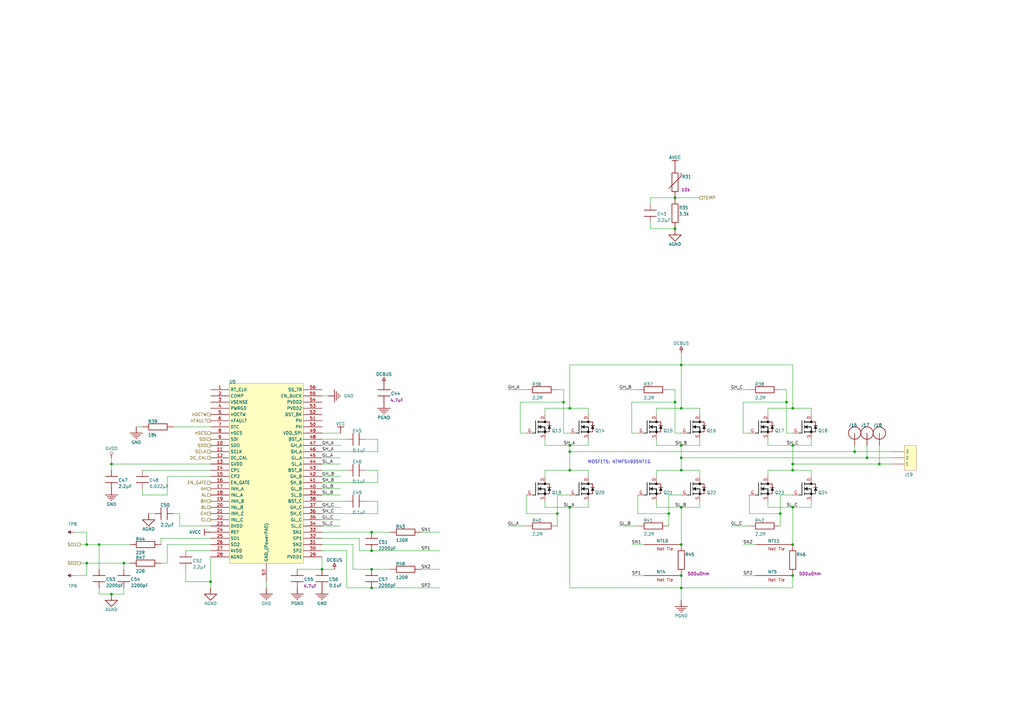
<source format=kicad_sch>
(kicad_sch (version 20231120) (generator "eeschema") (generator_version "8.0")
  (paper "A3")
  (junction (at 325.12 223.3422))
  (junction (at 50.8 230.9622))
  (junction (at 35.56 223.3422))
  (junction (at 132.08 233.5022))
  (junction (at 276.86 93.8022))
  (junction (at 228.6 210.6422))
  (junction (at 325.12 208.1022))
  (junction (at 279.4 187.7822))
  (junction (at 233.68 182.7022))
  (junction (at 279.4 223.3422))
  (junction (at 279.4 182.7022))
  (junction (at 233.68 167.4622))
  (junction (at 233.68 208.1022))
  (junction (at 152.4 241.1222))
  (junction (at 276.86 164.9222))
  (junction (at 350.52 185.2422))
  (junction (at 35.56 230.9622))
  (junction (at 45.72 243.6622))
  (junction (at 322.58 164.9222))
  (junction (at 45.72 190.3222))
  (junction (at 279.4 208.1022))
  (junction (at 152.4 225.8822))
  (junction (at 86.36 238.5822))
  (junction (at 274.32 210.6422))
  (junction (at 279.4 236.0422))
  (junction (at 325.12 236.0422))
  (junction (at 320.04 210.6422))
  (junction (at 325.12 192.8622))
  (junction (at 276.86 81.1022))
  (junction (at 325.12 190.3222))
  (junction (at 40.64 223.3422))
  (junction (at 152.4 218.2622))
  (junction (at 279.4 241.1222))
  (junction (at 355.6 187.7822))
  (junction (at 279.4 167.4622))
  (junction (at 279.4 192.8622))
  (junction (at 233.68 185.2422))
  (junction (at 360.68 190.3222))
  (junction (at 152.4 233.5022))
  (junction (at 325.12 182.7022))
  (junction (at 233.68 192.8622))
  (junction (at 325.12 167.4622))
  (junction (at 279.4 149.6822))
  (junction (at 231.14 164.9222))
  (wire (pts (xy 223.52 182.7022) (xy 233.68 182.7022)))
  (wire (pts (xy 325.12 182.7022) (xy 325.12 190.3222)))
  (wire (pts (xy 223.52 192.8622) (xy 233.68 192.8622)))
  (wire (pts (xy 241.3 182.7022) (xy 241.3 180.1622)))
  (wire (pts (xy 223.52 170.0022) (xy 223.52 167.4622)))
  (wire (pts (xy 314.96 167.4622) (xy 325.12 167.4622)))
  (wire (pts (xy 287.02 192.8622) (xy 287.02 195.4022)))
  (wire (pts (xy 172.72 233.5022) (xy 180.34 233.5022)))
  (wire (pts (xy 71.12 175.0822) (xy 86.36 175.0822)))
  (wire (pts (xy 266.7 83.6422) (xy 266.7 81.1022)))
  (wire (pts (xy 304.8 164.9222) (xy 304.8 177.6222)))
  (wire (pts (xy 269.24 167.4622) (xy 279.4 167.4622)))
  (wire (pts (xy 320.04 210.6422) (xy 320.04 203.0222)))
  (wire (pts (xy 279.4 149.6822) (xy 279.4 167.4622)))
  (wire (pts (xy 40.64 223.3422) (xy 35.56 223.3422)))
  (wire (pts (xy 132.08 190.3222) (xy 139.7 190.3222)))
  (wire (pts (xy 30.48 218.2622) (xy 35.56 218.2622)))
  (wire (pts (xy 325.12 190.3222) (xy 325.12 192.8622)))
  (wire (pts (xy 68.58 223.3422) (xy 86.36 223.3422)))
  (wire (pts (xy 269.24 208.1022) (xy 279.4 208.1022)))
  (wire (pts (xy 279.4 246.2022) (xy 279.4 241.1222)))
  (wire (pts (xy 350.52 185.2422) (xy 365.76 185.2422)))
  (wire (pts (xy 269.24 170.0022) (xy 269.24 167.4622)))
  (wire (pts (xy 233.68 241.1222) (xy 279.4 241.1222)))
  (wire (pts (xy 121.92 233.5022) (xy 132.08 233.5022)))
  (wire (pts (xy 325.12 177.6222) (xy 322.58 177.6222)))
  (wire (pts (xy 73.66 210.6422) (xy 71.12 210.6422)))
  (wire (pts (xy 304.8 177.6222) (xy 307.34 177.6222)))
  (wire (pts (xy 149.86 192.8622) (xy 154.94 192.8622)))
  (wire (pts (xy 132.08 208.1022) (xy 139.7 208.1022)))
  (wire (pts (xy 314.96 182.7022) (xy 325.12 182.7022)))
  (wire (pts (xy 142.24 180.1622) (xy 132.08 180.1622)))
  (wire (pts (xy 66.04 230.9622) (xy 68.58 230.9622)))
  (wire (pts (xy 142.24 205.5622) (xy 132.08 205.5622)))
  (wire (pts (xy 274.32 203.0222) (xy 279.4 203.0222)))
  (wire (pts (xy 314.96 195.4022) (xy 314.96 192.8622)))
  (wire (pts (xy 233.68 177.6222) (xy 231.14 177.6222)))
  (wire (pts (xy 325.12 149.6822) (xy 325.12 167.4622)))
  (wire (pts (xy 350.52 185.2422) (xy 350.52 182.7022)))
  (wire (pts (xy 139.7 177.6222) (xy 132.08 177.6222)))
  (wire (pts (xy 320.04 159.8422) (xy 322.58 159.8422)))
  (wire (pts (xy 154.94 185.2422) (xy 132.08 185.2422)))
  (wire (pts (xy 223.52 208.1022) (xy 233.68 208.1022)))
  (wire (pts (xy 287.02 208.1022) (xy 287.02 205.5622)))
  (wire (pts (xy 30.48 236.0422) (xy 35.56 236.0422)))
  (wire (pts (xy 279.4 241.1222) (xy 325.12 241.1222)))
  (wire (pts (xy 269.24 180.1622) (xy 269.24 182.7022)))
  (wire (pts (xy 86.36 215.7222) (xy 73.66 215.7222)))
  (wire (pts (xy 241.3 167.4622) (xy 241.3 170.0022)))
  (wire (pts (xy 132.08 182.7022) (xy 139.7 182.7022)))
  (wire (pts (xy 309.88 223.3422) (xy 304.8 223.3422)))
  (wire (pts (xy 35.56 236.0422) (xy 35.56 230.9622)))
  (wire (pts (xy 154.94 205.5622) (xy 154.94 210.6422)))
  (wire (pts (xy 45.72 190.3222) (xy 45.72 192.8622)))
  (wire (pts (xy 355.6 187.7822) (xy 355.6 182.7022)))
  (wire (pts (xy 299.72 159.8422) (xy 307.34 159.8422)))
  (wire (pts (xy 332.74 167.4622) (xy 332.74 170.0022)))
  (wire (pts (xy 233.68 167.4622) (xy 241.3 167.4622)))
  (wire (pts (xy 215.9 210.6422) (xy 228.6 210.6422)))
  (wire (pts (xy 45.72 190.3222) (xy 45.72 187.7822)))
  (wire (pts (xy 142.24 192.8622) (xy 132.08 192.8622)))
  (wire (pts (xy 58.42 175.0822) (xy 55.88 175.0822)))
  (wire (pts (xy 132.08 187.7822) (xy 139.7 187.7822)))
  (wire (pts (xy 223.52 195.4022) (xy 223.52 192.8622)))
  (wire (pts (xy 228.6 203.0222) (xy 233.68 203.0222)))
  (wire (pts (xy 325.12 182.7022) (xy 332.74 182.7022)))
  (wire (pts (xy 35.56 230.9622) (xy 33.02 230.9622)))
  (wire (pts (xy 40.64 233.5022) (xy 40.64 223.3422)))
  (wire (pts (xy 132.08 200.4822) (xy 139.7 200.4822)))
  (wire (pts (xy 86.36 228.4222) (xy 86.36 238.5822)))
  (wire (pts (xy 266.7 81.1022) (xy 276.86 81.1022)))
  (wire (pts (xy 231.14 159.8422) (xy 231.14 164.9222)))
  (wire (pts (xy 134.62 162.3822) (xy 132.08 162.3822)))
  (wire (pts (xy 279.4 208.1022) (xy 287.02 208.1022)))
  (wire (pts (xy 325.12 223.3422) (xy 325.12 208.1022)))
  (wire (pts (xy 276.86 159.8422) (xy 276.86 164.9222)))
  (wire (pts (xy 132.08 213.1822) (xy 139.7 213.1822)))
  (wire (pts (xy 279.4 182.7022) (xy 279.4 187.7822)))
  (wire (pts (xy 60.96 210.6422) (xy 63.5 210.6422)))
  (wire (pts (xy 299.72 215.7222) (xy 307.34 215.7222)))
  (wire (pts (xy 152.4 241.1222) (xy 180.34 241.1222)))
  (wire (pts (xy 261.62 210.6422) (xy 274.32 210.6422)))
  (wire (pts (xy 254 159.8422) (xy 261.62 159.8422)))
  (wire (pts (xy 147.32 220.8022) (xy 147.32 225.8822)))
  (wire (pts (xy 279.4 241.1222) (xy 279.4 236.0422)))
  (wire (pts (xy 276.86 164.9222) (xy 259.08 164.9222)))
  (wire (pts (xy 314.96 192.8622) (xy 325.12 192.8622)))
  (wire (pts (xy 233.68 182.7022) (xy 241.3 182.7022)))
  (wire (pts (xy 314.96 205.5622) (xy 314.96 208.1022)))
  (wire (pts (xy 144.78 233.5022) (xy 144.78 223.3422)))
  (wire (pts (xy 314.96 208.1022) (xy 325.12 208.1022)))
  (wire (pts (xy 314.96 180.1622) (xy 314.96 182.7022)))
  (wire (pts (xy 53.34 230.9622) (xy 50.8 230.9622)))
  (wire (pts (xy 276.86 93.8022) (xy 266.7 93.8022)))
  (wire (pts (xy 160.02 233.5022) (xy 152.4 233.5022)))
  (wire (pts (xy 213.36 177.6222) (xy 215.9 177.6222)))
  (wire (pts (xy 320.04 215.7222) (xy 320.04 210.6422)))
  (wire (pts (xy 86.36 238.5822) (xy 86.36 241.1222)))
  (wire (pts (xy 154.94 180.1622) (xy 154.94 185.2422)))
  (wire (pts (xy 322.58 164.9222) (xy 304.8 164.9222)))
  (wire (pts (xy 172.72 218.2622) (xy 180.34 218.2622)))
  (wire (pts (xy 109.22 241.1222) (xy 109.22 238.5822)))
  (wire (pts (xy 142.24 225.8822) (xy 142.24 241.1222)))
  (wire (pts (xy 132.08 225.8822) (xy 142.24 225.8822)))
  (wire (pts (xy 86.36 190.3222) (xy 45.72 190.3222)))
  (wire (pts (xy 279.4 177.6222) (xy 276.86 177.6222)))
  (wire (pts (xy 269.24 192.8622) (xy 279.4 192.8622)))
  (wire (pts (xy 147.32 225.8822) (xy 152.4 225.8822)))
  (wire (pts (xy 152.4 225.8822) (xy 180.34 225.8822)))
  (wire (pts (xy 264.16 236.0422) (xy 259.08 236.0422)))
  (wire (pts (xy 50.8 230.9622) (xy 35.56 230.9622)))
  (wire (pts (xy 259.08 164.9222) (xy 259.08 177.6222)))
  (wire (pts (xy 152.4 233.5022) (xy 144.78 233.5022)))
  (wire (pts (xy 76.2 233.5022) (xy 76.2 238.5822)))
  (wire (pts (xy 279.4 167.4622) (xy 287.02 167.4622)))
  (wire (pts (xy 228.6 215.7222) (xy 228.6 210.6422)))
  (wire (pts (xy 215.9 203.0222) (xy 215.9 210.6422)))
  (wire (pts (xy 320.04 203.0222) (xy 325.12 203.0222)))
  (wire (pts (xy 149.86 205.5622) (xy 154.94 205.5622)))
  (wire (pts (xy 86.36 220.8022) (xy 66.04 220.8022)))
  (wire (pts (xy 233.68 182.7022) (xy 233.68 185.2422)))
  (wire (pts (xy 132.08 203.0222) (xy 139.7 203.0222)))
  (wire (pts (xy 325.12 190.3222) (xy 360.68 190.3222)))
  (wire (pts (xy 325.12 167.4622) (xy 332.74 167.4622)))
  (wire (pts (xy 241.3 192.8622) (xy 241.3 195.4022)))
  (wire (pts (xy 68.58 195.4022) (xy 86.36 195.4022)))
  (wire (pts (xy 50.8 243.6622) (xy 45.72 243.6622)))
  (wire (pts (xy 223.52 205.5622) (xy 223.52 208.1022)))
  (wire (pts (xy 279.4 187.7822) (xy 279.4 192.8622)))
  (wire (pts (xy 228.6 210.6422) (xy 228.6 203.0222)))
  (wire (pts (xy 287.02 182.7022) (xy 287.02 180.1622)))
  (wire (pts (xy 40.64 243.6622) (xy 40.64 241.1222)))
  (wire (pts (xy 332.74 192.8622) (xy 332.74 195.4022)))
  (wire (pts (xy 360.68 190.3222) (xy 365.76 190.3222)))
  (wire (pts (xy 274.32 215.7222) (xy 274.32 210.6422)))
  (wire (pts (xy 66.04 220.8022) (xy 66.04 223.3422)))
  (wire (pts (xy 154.94 192.8622) (xy 154.94 197.9422)))
  (wire (pts (xy 233.68 185.2422) (xy 233.68 192.8622)))
  (wire (pts (xy 231.14 177.6222) (xy 231.14 164.9222)))
  (wire (pts (xy 208.28 159.8422) (xy 215.9 159.8422)))
  (wire (pts (xy 223.52 180.1622) (xy 223.52 182.7022)))
  (wire (pts (xy 279.4 192.8622) (xy 287.02 192.8622)))
  (wire (pts (xy 264.16 223.3422) (xy 259.08 223.3422)))
  (wire (pts (xy 307.34 203.0222) (xy 307.34 210.6422)))
  (wire (pts (xy 325.12 192.8622) (xy 332.74 192.8622)))
  (wire (pts (xy 241.3 208.1022) (xy 241.3 205.5622)))
  (wire (pts (xy 279.4 223.3422) (xy 279.4 208.1022)))
  (wire (pts (xy 149.86 180.1622) (xy 154.94 180.1622)))
  (wire (pts (xy 332.74 208.1022) (xy 332.74 205.5622)))
  (wire (pts (xy 53.34 223.3422) (xy 40.64 223.3422)))
  (wire (pts (xy 86.36 192.8622) (xy 58.42 192.8622)))
  (wire (pts (xy 279.4 187.7822) (xy 355.6 187.7822)))
  (wire (pts (xy 269.24 195.4022) (xy 269.24 192.8622)))
  (wire (pts (xy 287.02 81.1022) (xy 276.86 81.1022)))
  (wire (pts (xy 233.68 167.4622) (xy 233.68 149.6822)))
  (wire (pts (xy 132.08 215.7222) (xy 139.7 215.7222)))
  (wire (pts (xy 269.24 205.5622) (xy 269.24 208.1022)))
  (wire (pts (xy 322.58 159.8422) (xy 322.58 164.9222)))
  (wire (pts (xy 231.14 164.9222) (xy 213.36 164.9222)))
  (wire (pts (xy 228.6 159.8422) (xy 231.14 159.8422)))
  (wire (pts (xy 35.56 223.3422) (xy 33.02 223.3422)))
  (wire (pts (xy 154.94 197.9422) (xy 132.08 197.9422)))
  (wire (pts (xy 152.4 218.2622) (xy 132.08 218.2622)))
  (wire (pts (xy 274.32 210.6422) (xy 274.32 203.0222)))
  (wire (pts (xy 132.08 233.5022) (xy 132.08 228.4222)))
  (wire (pts (xy 58.42 203.0222) (xy 68.58 203.0222)))
  (wire (pts (xy 274.32 159.8422) (xy 276.86 159.8422)))
  (wire (pts (xy 254 215.7222) (xy 261.62 215.7222)))
  (wire (pts (xy 68.58 230.9622) (xy 68.58 223.3422)))
  (wire (pts (xy 332.74 182.7022) (xy 332.74 180.1622)))
  (wire (pts (xy 314.96 170.0022) (xy 314.96 167.4622)))
  (wire (pts (xy 307.34 210.6422) (xy 320.04 210.6422)))
  (wire (pts (xy 213.36 164.9222) (xy 213.36 177.6222)))
  (wire (pts (xy 142.24 241.1222) (xy 152.4 241.1222)))
  (wire (pts (xy 50.8 241.1222) (xy 50.8 243.6622)))
  (wire (pts (xy 233.68 149.6822) (xy 279.4 149.6822)))
  (wire (pts (xy 45.72 243.6622) (xy 40.64 243.6622)))
  (wire (pts (xy 261.62 203.0222) (xy 261.62 210.6422)))
  (wire (pts (xy 154.94 210.6422) (xy 132.08 210.6422)))
  (wire (pts (xy 160.02 218.2622) (xy 152.4 218.2622)))
  (wire (pts (xy 76.2 238.5822) (xy 86.36 238.5822)))
  (wire (pts (xy 73.66 215.7222) (xy 73.66 210.6422)))
  (wire (pts (xy 58.42 200.4822) (xy 58.42 203.0222)))
  (wire (pts (xy 144.78 223.3422) (xy 132.08 223.3422)))
  (wire (pts (xy 279.4 149.6822) (xy 325.12 149.6822)))
  (wire (pts (xy 233.68 208.1022) (xy 233.68 241.1222)))
  (wire (pts (xy 233.68 185.2422) (xy 350.52 185.2422)))
  (wire (pts (xy 233.68 192.8622) (xy 241.3 192.8622)))
  (wire (pts (xy 76.2 225.8822) (xy 86.36 225.8822)))
  (wire (pts (xy 322.58 177.6222) (xy 322.58 164.9222)))
  (wire (pts (xy 287.02 167.4622) (xy 287.02 170.0022)))
  (wire (pts (xy 309.88 236.0422) (xy 304.8 236.0422)))
  (wire (pts (xy 355.6 187.7822) (xy 365.76 187.7822)))
  (wire (pts (xy 137.16 233.5022) (xy 132.08 233.5022)))
  (wire (pts (xy 279.4 182.7022) (xy 287.02 182.7022)))
  (wire (pts (xy 223.52 167.4622) (xy 233.68 167.4622)))
  (wire (pts (xy 132.08 195.4022) (xy 139.7 195.4022)))
  (wire (pts (xy 360.68 190.3222) (xy 360.68 182.7022)))
  (wire (pts (xy 50.8 233.5022) (xy 50.8 230.9622)))
  (wire (pts (xy 269.24 182.7022) (xy 279.4 182.7022)))
  (wire (pts (xy 279.4 149.6822) (xy 279.4 144.6022)))
  (wire (pts (xy 233.68 208.1022) (xy 241.3 208.1022)))
  (wire (pts (xy 325.12 241.1222) (xy 325.12 236.0422)))
  (wire (pts (xy 325.12 208.1022) (xy 332.74 208.1022)))
  (wire (pts (xy 35.56 218.2622) (xy 35.56 223.3422)))
  (wire (pts (xy 266.7 93.8022) (xy 266.7 91.2622)))
  (wire (pts (xy 259.08 177.6222) (xy 261.62 177.6222)))
  (wire (pts (xy 276.86 177.6222) (xy 276.86 164.9222)))
  (wire (pts (xy 208.28 215.7222) (xy 215.9 215.7222)))
  (wire (pts (xy 132.08 220.8022) (xy 147.32 220.8022)))
  (wire (pts (xy 68.58 203.0222) (xy 68.58 195.4022)))
  (text "MOSFETS: NTMFS4935NT1G" (at 254 190.3222 0) (effects (font (size 1.27 1.27)) (justify bottom)))
  (label "SL_C" (at 322.58 208.1022 0))
  (label "GH_B" (at 132.08 195.4022 0))
  (label "SL_B" (at 276.86 208.1022 0))
  (label "SN2" (at 172.72 233.5022 0))
  (label "GH_C" (at 132.08 208.1022 0))
  (label "SP1" (at 259.08 236.0422 0))
  (label "SP1" (at 172.72 225.8822 0))
  (label "GL_B" (at 254 215.7222 0))
  (label "SH_C" (at 132.08 210.6422 0))
  (label "GL_B" (at 132.08 200.4822 0))
  (label "SL_B" (at 132.08 203.0222 0))
  (label "SH_B" (at 132.08 197.9422 0))
  (label "SN1" (at 259.08 223.3422 0))
  (label "SN1" (at 172.72 218.2622 0))
  (label "SP2" (at 304.8 236.0422 0))
  (label "GH_C" (at 299.72 159.8422 0))
  (label "GH_A" (at 132.08 182.7022 0))
  (label "SH_A" (at 132.08 185.2422 0))
  (label "GH_A" (at 208.28 159.8422 0))
  (label "SP2" (at 172.72 241.1222 0))
  (label "SH_C" (at 322.58 182.7022 0))
  (label "GL_A" (at 132.08 187.7822 0))
  (label "SH_B" (at 276.86 182.7022 0))
  (label "SL_A" (at 231.14 208.1022 0))
  (label "SH_A" (at 231.14 182.7022 0))
  (label "SL_A" (at 132.08 190.3222 0))
  (label "GH_B" (at 254 159.8422 0))
  (label "SN2" (at 304.8 223.3422 0))
  (label "SL_C" (at 132.08 215.7222 0))
  (label "GL_C" (at 132.08 213.1822 0))
  (label "GL_C" (at 299.72 215.7222 0))
  (label "GL_A" (at 208.28 215.7222 0))
  (hierarchical_label "BH" (shape passive) (at 86.36 205.5622 180))
  (hierarchical_label "SCLK" (shape passive) (at 86.36 185.2422 180))
  (hierarchical_label "SDO" (shape passive) (at 86.36 182.7022 180))
  (hierarchical_label "CH" (shape passive) (at 86.36 210.6422 180))
  (hierarchical_label "SO1" (shape passive) (at 33.02 223.3422 180))
  (hierarchical_label "nOCTW" (shape passive) (at 86.36 170.0022 180))
  (hierarchical_label "SO2" (shape passive) (at 33.02 230.9622 180))
  (hierarchical_label "EN_GATE" (shape passive) (at 86.36 197.9422 180))
  (hierarchical_label "AH" (shape passive) (at 86.36 200.4822 180))
  (hierarchical_label "nFAULT" (shape passive) (at 86.36 172.5422 180))
  (hierarchical_label "DC_CAL" (shape passive) (at 86.36 187.7822 180))
  (hierarchical_label "AL" (shape passive) (at 86.36 203.0222 180))
  (hierarchical_label "BL" (shape passive) (at 86.36 208.1022 180))
  (hierarchical_label "TEMP" (shape passive) (at 287.02 81.1022 0))
  (hierarchical_label "SDI" (shape passive) (at 86.36 180.1622 180))
  (hierarchical_label "CL" (shape passive) (at 86.36 213.1822 180))
  (hierarchical_label "nSCS" (shape passive) (at 86.36 177.6222 180))
  (symbol (lib_id "odrive-altium-import:Motor 1_0_NTMFS4935NT1G") (at 332.74 200.4822 0) (unit 1)
    (property "Reference" "Q24" (at 335.534 202.7682 0) (effects (justify left bottom)))
    (property "Footprint" "SO8FL" (effects (hide yes)))
    (property "Description" "MOSFET N-CH 30V 13A SO8FL" (effects (hide yes)))
    (property "SUPPLIER 1" "Digi-Key" (effects (hide yes)))
    (property "SUPPLIER PART NUMBER 1" "NTMFS4935NT1GOSCT-ND" (effects (hide yes)))
    (property "MANUFACTURER" "ON Semiconductor" (effects (hide yes)))
    (property "ROHS" "RoHS Compliant" (effects (hide yes)))
    (property "CATEGORY" "Discrete Semiconductor Products" (effects (hide yes)))
    (property "STOCK 1" "932" (effects (hide yes)))
    (property "PRICING 1" "1=0.61, 10=0.541, 100=0.4145, 500=0.3277 (USD)" (effects (hide yes)))
    (property "PACKAGING" "Cut Tape (CT)" (effects (hide yes)))
    (property "PART STATUS" "Active" (effects (hide yes)))
    (property "FET TYPE" "N-Channel" (effects (hide yes)))
    (property "TECHNOLOGY" "MOSFET (Metal Oxide)" (effects (hide yes)))
    (property "DRAIN TO SOURCE VOLTAGE (VDSS)" "30V" (effects (hide yes)))
    (property "CURRENT - CONTINUOUS DRAIN (ID) @ 25°C" "13A (Ta), 93A (Tc)" (effects (hide yes)))
    (property "DRIVE VOLTAGE (MAX RDS ON,  MIN RDS ON)" "4.5V, 10V" (effects (hide yes)))
    (property "VGS(TH) (MAX) @ ID" "2.2V @ 250µA" (effects (hide yes)))
    (property "GATE CHARGE (QG) (MAX) @ VGS" "49.4nC @ 10V" (effects (hide yes)))
    (property "INPUT CAPACITANCE (CISS) (MAX) @ VDS" "4850pF @ 15V" (effects (hide yes)))
    (property "VGS (MAX)" "±20V" (effects (hide yes)))
    (property "FET FEATURE" "-" (effects (hide yes)))
    (property "POWER DISSIPATION (MAX)" "930mW (Ta), 48W (Tc)" (effects (hide yes)))
    (property "RDS ON (MAX) @ ID, VGS" "3.2 mOhm @ 30A, 10V" (effects (hide yes)))
    (property "OPERATING TEMPERATURE" "-55°C ~ 150°C (TJ)" (effects (hide yes)))
    (property "MOUNTING TYPE" "Surface Mount" (effects (hide yes)))
    (property "SUPPLIER DEVICE PACKAGE" "5-DFN (5x6) (8-SOFL)" (effects (hide yes)))
    (property "PACKAGE / CASE" "8-PowerTDFN, 5 Leads" (effects (hide yes)))
    (property "COMPONENTLINK1URL" "http://www.onsemi.com/pub_link/Collateral/NTMFS4935N-D.PDF" (effects (hide yes)))
    (property "COMPONENTLINK1DESCRIPTION" "http://www.onsemi.com/pub_link/Collateral/NTMFS4935N-D.PDF" (effects (hide yes)))
    (property "MANUFACTURER PART NUMBER" "NTMFS4935NT1G" (effects (hide yes)))
  )
  (symbol (lib_id "odrive-altium-import:Motor 1_0_NTMFS4935NT1G") (at 269.24 175.0822 0) (unit 1)
    (property "Reference" "Q15" (at 272.034 177.3682 0) (effects (justify left bottom)))
    (property "Footprint" "SO8FL" (effects (hide yes)))
    (property "Description" "MOSFET N-CH 30V 13A SO8FL" (effects (hide yes)))
    (property "SUPPLIER 1" "Digi-Key" (effects (hide yes)))
    (property "SUPPLIER PART NUMBER 1" "NTMFS4935NT1GOSCT-ND" (effects (hide yes)))
    (property "MANUFACTURER" "ON Semiconductor" (effects (hide yes)))
    (property "ROHS" "RoHS Compliant" (effects (hide yes)))
    (property "CATEGORY" "Discrete Semiconductor Products" (effects (hide yes)))
    (property "STOCK 1" "932" (effects (hide yes)))
    (property "PRICING 1" "1=0.61, 10=0.541, 100=0.4145, 500=0.3277 (USD)" (effects (hide yes)))
    (property "PACKAGING" "Cut Tape (CT)" (effects (hide yes)))
    (property "PART STATUS" "Active" (effects (hide yes)))
    (property "FET TYPE" "N-Channel" (effects (hide yes)))
    (property "TECHNOLOGY" "MOSFET (Metal Oxide)" (effects (hide yes)))
    (property "DRAIN TO SOURCE VOLTAGE (VDSS)" "30V" (effects (hide yes)))
    (property "CURRENT - CONTINUOUS DRAIN (ID) @ 25°C" "13A (Ta), 93A (Tc)" (effects (hide yes)))
    (property "DRIVE VOLTAGE (MAX RDS ON,  MIN RDS ON)" "4.5V, 10V" (effects (hide yes)))
    (property "VGS(TH) (MAX) @ ID" "2.2V @ 250µA" (effects (hide yes)))
    (property "GATE CHARGE (QG) (MAX) @ VGS" "49.4nC @ 10V" (effects (hide yes)))
    (property "INPUT CAPACITANCE (CISS) (MAX) @ VDS" "4850pF @ 15V" (effects (hide yes)))
    (property "VGS (MAX)" "±20V" (effects (hide yes)))
    (property "FET FEATURE" "-" (effects (hide yes)))
    (property "POWER DISSIPATION (MAX)" "930mW (Ta), 48W (Tc)" (effects (hide yes)))
    (property "RDS ON (MAX) @ ID, VGS" "3.2 mOhm @ 30A, 10V" (effects (hide yes)))
    (property "OPERATING TEMPERATURE" "-55°C ~ 150°C (TJ)" (effects (hide yes)))
    (property "MOUNTING TYPE" "Surface Mount" (effects (hide yes)))
    (property "SUPPLIER DEVICE PACKAGE" "5-DFN (5x6) (8-SOFL)" (effects (hide yes)))
    (property "PACKAGE / CASE" "8-PowerTDFN, 5 Leads" (effects (hide yes)))
    (property "COMPONENTLINK1URL" "http://www.onsemi.com/pub_link/Collateral/NTMFS4935N-D.PDF" (effects (hide yes)))
    (property "COMPONENTLINK1DESCRIPTION" "http://www.onsemi.com/pub_link/Collateral/NTMFS4935N-D.PDF" (effects (hide yes)))
    (property "MANUFACTURER PART NUMBER" "NTMFS4935NT1G" (effects (hide yes)))
  )
  (symbol (lib_id "odrive-altium-import:Motor 1_0_NetTie_0.25mm") (at 317.5 236.0422 0) (unit 1)
    (property "Reference" "NT5" (at 314.96 235.2802 0) (effects (justify left bottom)))
    (property "Value" "0.25mm" (effects (hide yes)))
    (property "Footprint" "NetTie_0.25mm" (effects (hide yes)))
  )
  (symbol (lib_id "odrive-altium-import:Motor 1_2_GRM1885C1H222JA01D") (at 152.4 233.5022 0) (unit 1)
    (property "Reference" "C57" (at 155.194 238.3282 0) (effects (justify left bottom)))
    (property "Value" "${CAPACITANCE}" (at 155.194 240.8682 0) (effects (justify left bottom)))
    (property "Footprint" "CAPC1608X09L" (effects (hide yes)))
    (property "Description" "CAP CER 2200PF 50V NP0 0603" (effects (hide yes)))
    (property "SUPPLIER 1" "Digi-Key" (effects (hide yes)))
    (property "SUPPLIER PART NUMBER 1" "490-1459-1-ND" (effects (hide yes)))
    (property "MANUFACTURER" "Murata Electronics North America" (effects (hide yes)))
    (property "ROHS" "RoHS Compliant" (effects (hide yes)))
    (property "CATEGORY" "Capacitors" (effects (hide yes)))
    (property "STOCK 1" "850589" (effects (hide yes)))
    (property "PRICING 1" "1=0.11, 10=0.08, 25=0.058, 50=0.0434, 100=0.0355, 250=0.02972, 500=0.02536, 1000=0.01992 (USD)" (effects (hide yes)))
    (property "PACKAGING" "Cut Tape (CT)" (effects (hide yes)))
    (property "CAPACITANCE" "2200pF" (effects (hide yes)))
    (property "TOLERANCE" "±5%" (effects (hide yes)))
    (property "VOLTAGE - RATED" "50V" (effects (hide yes)))
    (property "TEMPERATURE COEFFICIENT" "C0G, NP0" (effects (hide yes)))
    (property "MOUNTING TYPE" "Surface Mount, MLCC" (effects (hide yes)))
    (property "OPERATING TEMPERATURE" "-55°C ~ 125°C" (effects (hide yes)))
    (property "APPLICATIONS" "General Purpose" (effects (hide yes)))
    (property "RATINGS" "-" (effects (hide yes)))
    (property "PACKAGE / CASE" "0603 (1608 Metric)" (effects (hide yes)))
    (property "SIZE / DIMENSION" "0.063\" L x 0.031\" W (1.60mm x 0.80mm)" (effects (hide yes)))
    (property "HEIGHT - SEATED (MAX)" "-" (effects (hide yes)))
    (property "THICKNESS (MAX)" "0.035\" (0.90mm)" (effects (hide yes)))
    (property "LEAD SPACING" "-" (effects (hide yes)))
    (property "FEATURES" "-" (effects (hide yes)))
    (property "LEAD STYLE" "-" (effects (hide yes)))
    (property "COMPONENTLINK1URL" "http://www.murata.com/~/media/webrenewal/support/library/catalog/products/capacitor/mlcc/c02e.ashx" (effects (hide yes)))
    (property "COMPONENTLINK1DESCRIPTION" "http://www.murata.com/~/media/webrenewal/support/library/catalog/products/capacitor/mlcc/c02e.ashx" (effects (hide yes)))
    (property "PART STATUS" "Active" (effects (hide yes)))
  )
  (symbol (lib_id "odrive-altium-import:Motor 1_2_GRM1885C1H222JA01D") (at 50.8 233.5022 0) (unit 1)
    (property "Reference" "C54" (at 53.594 238.3282 0) (effects (justify left bottom)))
    (property "Value" "${CAPACITANCE}" (at 53.594 240.8682 0) (effects (justify left bottom)))
    (property "Footprint" "CAPC1608X09L" (effects (hide yes)))
    (property "Description" "CAP CER 2200PF 50V NP0 0603" (effects (hide yes)))
    (property "SUPPLIER 1" "Digi-Key" (effects (hide yes)))
    (property "SUPPLIER PART NUMBER 1" "490-1459-1-ND" (effects (hide yes)))
    (property "MANUFACTURER" "Murata Electronics North America" (effects (hide yes)))
    (property "ROHS" "RoHS Compliant" (effects (hide yes)))
    (property "CATEGORY" "Capacitors" (effects (hide yes)))
    (property "STOCK 1" "850589" (effects (hide yes)))
    (property "PRICING 1" "1=0.11, 10=0.08, 25=0.058, 50=0.0434, 100=0.0355, 250=0.02972, 500=0.02536, 1000=0.01992 (USD)" (effects (hide yes)))
    (property "PACKAGING" "Cut Tape (CT)" (effects (hide yes)))
    (property "CAPACITANCE" "2200pF" (effects (hide yes)))
    (property "TOLERANCE" "±5%" (effects (hide yes)))
    (property "VOLTAGE - RATED" "50V" (effects (hide yes)))
    (property "TEMPERATURE COEFFICIENT" "C0G, NP0" (effects (hide yes)))
    (property "MOUNTING TYPE" "Surface Mount, MLCC" (effects (hide yes)))
    (property "OPERATING TEMPERATURE" "-55°C ~ 125°C" (effects (hide yes)))
    (property "APPLICATIONS" "General Purpose" (effects (hide yes)))
    (property "RATINGS" "-" (effects (hide yes)))
    (property "PACKAGE / CASE" "0603 (1608 Metric)" (effects (hide yes)))
    (property "SIZE / DIMENSION" "0.063\" L x 0.031\" W (1.60mm x 0.80mm)" (effects (hide yes)))
    (property "HEIGHT - SEATED (MAX)" "-" (effects (hide yes)))
    (property "THICKNESS (MAX)" "0.035\" (0.90mm)" (effects (hide yes)))
    (property "LEAD SPACING" "-" (effects (hide yes)))
    (property "FEATURES" "-" (effects (hide yes)))
    (property "LEAD STYLE" "-" (effects (hide yes)))
    (property "COMPONENTLINK1URL" "http://www.murata.com/~/media/webrenewal/support/library/catalog/products/capacitor/mlcc/c02e.ashx" (effects (hide yes)))
    (property "COMPONENTLINK1DESCRIPTION" "http://www.murata.com/~/media/webrenewal/support/library/catalog/products/capacitor/mlcc/c02e.ashx" (effects (hide yes)))
    (property "PART STATUS" "Active" (effects (hide yes)))
  )
  (symbol (lib_id "odrive-altium-import:Motor 1_0_NTMFS4935NT1G") (at 332.74 175.0822 0) (unit 1)
    (property "Reference" "Q18" (at 335.534 177.3682 0) (effects (justify left bottom)))
    (property "Value" "FILL_FOOTPRINT" (effects (hide yes)))
    (property "Footprint" "SO8FL_FILL" (effects (hide yes)))
    (property "Description" "MOSFET N-CH 30V 13A SO8FL" (effects (hide yes)))
    (property "SUPPLIER 1" "Digi-Key" (effects (hide yes)))
    (property "SUPPLIER PART NUMBER 1" "NTMFS4935NT1GOSCT-ND" (effects (hide yes)))
    (property "MANUFACTURER" "ON Semiconductor" (effects (hide yes)))
    (property "ROHS" "RoHS Compliant" (effects (hide yes)))
    (property "CATEGORY" "Discrete Semiconductor Products" (effects (hide yes)))
    (property "STOCK 1" "932" (effects (hide yes)))
    (property "PRICING 1" "1=0.61, 10=0.541, 100=0.4145, 500=0.3277 (USD)" (effects (hide yes)))
    (property "PACKAGING" "Cut Tape (CT)" (effects (hide yes)))
    (property "PART STATUS" "Active" (effects (hide yes)))
    (property "FET TYPE" "N-Channel" (effects (hide yes)))
    (property "TECHNOLOGY" "MOSFET (Metal Oxide)" (effects (hide yes)))
    (property "DRAIN TO SOURCE VOLTAGE (VDSS)" "30V" (effects (hide yes)))
    (property "CURRENT - CONTINUOUS DRAIN (ID) @ 25°C" "13A (Ta), 93A (Tc)" (effects (hide yes)))
    (property "DRIVE VOLTAGE (MAX RDS ON,  MIN RDS ON)" "4.5V, 10V" (effects (hide yes)))
    (property "VGS(TH) (MAX) @ ID" "2.2V @ 250µA" (effects (hide yes)))
    (property "GATE CHARGE (QG) (MAX) @ VGS" "49.4nC @ 10V" (effects (hide yes)))
    (property "INPUT CAPACITANCE (CISS) (MAX) @ VDS" "4850pF @ 15V" (effects (hide yes)))
    (property "VGS (MAX)" "±20V" (effects (hide yes)))
    (property "FET FEATURE" "-" (effects (hide yes)))
    (property "POWER DISSIPATION (MAX)" "930mW (Ta), 48W (Tc)" (effects (hide yes)))
    (property "RDS ON (MAX) @ ID, VGS" "3.2 mOhm @ 30A, 10V" (effects (hide yes)))
    (property "OPERATING TEMPERATURE" "-55°C ~ 150°C (TJ)" (effects (hide yes)))
    (property "MOUNTING TYPE" "Surface Mount" (effects (hide yes)))
    (property "SUPPLIER DEVICE PACKAGE" "5-DFN (5x6) (8-SOFL)" (effects (hide yes)))
    (property "PACKAGE / CASE" "8-PowerTDFN, 5 Leads" (effects (hide yes)))
    (property "COMPONENTLINK1URL" "http://www.onsemi.com/pub_link/Collateral/NTMFS4935N-D.PDF" (effects (hide yes)))
    (property "COMPONENTLINK1DESCRIPTION" "http://www.onsemi.com/pub_link/Collateral/NTMFS4935N-D.PDF" (effects (hide yes)))
    (property "MANUFACTURER PART NUMBER" "NTMFS4935NT1G" (effects (hide yes)))
  )
  (symbol (lib_id "odrive-altium-import:Motor 1_0_CSR2512C0R0005F") (at 279.4 236.0422 0) (unit 1)
    (property "Reference" "R45" (at 280.924 228.1682 0) (effects (justify left bottom)))
    (property "Value" "500uOhm" (effects (hide yes)))
    (property "Footprint" "RESC6432X09N" (effects (hide yes)))
    (property "Description" "RES SMD 0.0005 OHM 1% 3W 2512" (effects (hide yes)))
    (property "ALTIUM_VALUE" "500uOhm" (at 281.94 236.0422 0) (effects (justify left bottom)))
    (property "SUPPLIER 1" "Digi-Key" (effects (hide yes)))
    (property "SUPPLIER PART NUMBER 1" "696-1183-2-ND" (effects (hide yes)))
    (property "MANUFACTURER" "Riedon" (effects (hide yes)))
    (property "ROHS" "RoHS Compliant" (effects (hide yes)))
    (property "CATEGORY" "Resistors" (effects (hide yes)))
    (property "STOCK" "2000" (effects (hide yes)))
    (property "PRICING 1" "2000=0.19817, 6000=0.1937, 10000=0.187, 50000=0.18148 (USD)" (effects (hide yes)))
    (property "PACKAGING" "Tape & Reel (TR)" (effects (hide yes)))
    (property "PART STATUS" "Active" (effects (hide yes)))
    (property "TOLERANCE" "±1%" (effects (hide yes)))
    (property "POWER (WATTS)" "3W" (effects (hide yes)))
    (property "COMPOSITION" "Metal Element" (effects (hide yes)))
    (property "FEATURES" "Current Sense" (effects (hide yes)))
    (property "TEMPERATURE COEFFICIENT" "±100ppm/°C" (effects (hide yes)))
    (property "OPERATING TEMPERATURE" "-55°C ~ 170°C" (effects (hide yes)))
    (property "PACKAGE / CASE" "2512 (6432 Metric)" (effects (hide yes)))
    (property "SUPPLIER DEVICE PACKAGE" "2512" (effects (hide yes)))
    (property "SIZE / DIMENSION" "0.250\" L x 0.118\" W (6.35mm x 3.00mm)" (effects (hide yes)))
    (property "HEIGHT - SEATED (MAX)" "0.057\" (1.45mm)" (effects (hide yes)))
    (property "FAILURE RATE" "-" (effects (hide yes)))
    (property "COMPONENTLINK1URL" "http://riedon.com/media/pdf/CSR.pdf" (effects (hide yes)))
    (property "COMPONENTLINK1DESCRIPTION" "http://riedon.com/media/pdf/CSR.pdf" (effects (hide yes)))
    (property "SUPPLIER 2" "Digi-Key" (effects (hide yes)))
    (property "SUPPLIER PART NUMBER 2" "696-1183-1-ND" (effects (hide yes)))
    (property "PRICING 2" "1=0.69, 10=0.574, 25=0.4916, 50=0.4426, 100=0.3852, 250=0.3442, 500=0.27864, 1000=0.22536 (USD)" (effects (hide yes)))
    (property "MANUFACTURER PART NUMBER" "CSR2512C0R0005F" (effects (hide yes)))
  )
  (symbol (lib_id "odrive-altium-import:Motor 1_2_TESTPOINT") (at 30.48 236.0422 0) (unit 1)
    (property "Reference" "TP9" (at 27.94 241.1222 0) (effects (justify left bottom)))
    (property "Value" "TESTPOINT" (effects (hide yes)))
    (property "Footprint" "TP-R30" (effects (hide yes)))
    (property "Description" "SMD test pin" (effects (hide yes)))
  )
  (symbol (lib_id "odrive-altium-import:Motor 1_0_DRV8301") (at 93.98 230.9622 0) (unit 1)
    (property "Reference" "U5" (at 93.98 157.3022 0) (effects (justify left bottom)))
    (property "Footprint" "TSSOP50P810X120_HS-57N" (effects (hide yes)))
    (property "Description" "MOTOR DRIVER, 3PH, 56HTSSOP" (effects (hide yes)))
  )
  (symbol (lib_id "odrive-altium-import:Motor 1_0_NetTie_0.25mm") (at 271.78 236.0422 0) (unit 1)
    (property "Reference" "NT4" (at 269.24 235.2802 0) (effects (justify left bottom)))
    (property "Value" "0.25mm" (effects (hide yes)))
    (property "Footprint" "NetTie_0.25mm" (effects (hide yes)))
  )
  (symbol (lib_id "odrive-altium-import:PGND_POWER_GROUND") (at 279.4 246.2022 0) (unit 1)
    (property "Reference" "#PWR?" (effects (hide yes)))
    (property "Value" "PGND" (at 279.4 252.5522 0))
  )
  (symbol (lib_id "odrive-altium-import:Motor 1_0_GRM188R61C225KE15D") (at 45.72 200.4822 0) (unit 1)
    (property "Reference" "C47" (at 48.514 197.6882 0) (effects (justify left bottom)))
    (property "Value" "${CAPACITANCE}" (at 48.514 200.2282 0) (effects (justify left bottom)))
    (property "Footprint" "CAPC1608X09L" (effects (hide yes)))
    (property "Description" "CAP CER 2.2UF 16V X5R 0603" (effects (hide yes)))
    (property "SUPPLIER 1" "Digi-Key" (effects (hide yes)))
    (property "SUPPLIER PART NUMBER 1" "490-3296-1-ND" (effects (hide yes)))
    (property "MANUFACTURER" "Murata Electronics North America" (effects (hide yes)))
    (property "MANUFACTURER PART NUMBER" "GRM188R61C225KE15D" (effects (hide yes)))
    (property "ROHS" "RoHS Compliant" (effects (hide yes)))
    (property "CATEGORY" "Capacitors" (effects (hide yes)))
    (property "STOCK 1" "1255740" (effects (hide yes)))
    (property "PRICING 1" "1=0.12, 10=0.08, 50=0.046, 100=0.038, 250=0.032, 500=0.0268, 1000=0.022 (USD)" (effects (hide yes)))
    (property "PACKAGING" "Cut Tape (CT)" (effects (hide yes)))
    (property "CAPACITANCE" "2.2µF" (effects (hide yes)))
    (property "TOLERANCE" "±10%" (effects (hide yes)))
    (property "VOLTAGE - RATED" "16V" (effects (hide yes)))
    (property "TEMPERATURE COEFFICIENT" "X5R" (effects (hide yes)))
    (property "MOUNTING TYPE" "Surface Mount, MLCC" (effects (hide yes)))
    (property "OPERATING TEMPERATURE" "-55°C ~ 85°C" (effects (hide yes)))
    (property "APPLICATIONS" "General Purpose" (effects (hide yes)))
    (property "RATINGS" "-" (effects (hide yes)))
    (property "PACKAGE / CASE" "0603 (1608 Metric)" (effects (hide yes)))
    (property "SIZE / DIMENSION" "0.063\" L x 0.031\" W (1.60mm x 0.80mm)" (effects (hide yes)))
    (property "HEIGHT - SEATED (MAX)" "-" (effects (hide yes)))
    (property "THICKNESS (MAX)" "0.035\" (0.90mm)" (effects (hide yes)))
    (property "LEAD SPACING" "-" (effects (hide yes)))
    (property "FEATURES" "-" (effects (hide yes)))
    (property "LEAD STYLE" "-" (effects (hide yes)))
    (property "COMPONENTLINK1URL" "http://www.murata.com/~/media/webrenewal/support/library/catalog/products/capacitor/mlcc/c02e.pdf" (effects (hide yes)))
    (property "COMPONENTLINK1DESCRIPTION" "http://www.murata.com/~/media/webrenewal/support/library/catalog/products/capacitor/mlcc/c02e.pdf" (effects (hide yes)))
  )
  (symbol (lib_id "odrive-altium-import:GND_POWER_GROUND") (at 132.08 241.1222 0) (unit 1)
    (property "Reference" "#PWR?" (effects (hide yes)))
    (property "Value" "GND" (at 132.08 247.4722 0))
  )
  (symbol (lib_id "odrive-altium-import:Motor 1_0_GRM188R61C225KE15D") (at 266.7 91.2622 0) (unit 1)
    (property "Reference" "C43" (at 269.494 88.4682 0) (effects (justify left bottom)))
    (property "Value" "${CAPACITANCE}" (at 269.494 91.0082 0) (effects (justify left bottom)))
    (property "Footprint" "CAPC1608X09L" (effects (hide yes)))
    (property "Description" "CAP CER 2.2UF 16V X5R 0603" (effects (hide yes)))
    (property "SUPPLIER 1" "Digi-Key" (effects (hide yes)))
    (property "SUPPLIER PART NUMBER 1" "490-3296-1-ND" (effects (hide yes)))
    (property "MANUFACTURER" "Murata Electronics North America" (effects (hide yes)))
    (property "MANUFACTURER PART NUMBER" "GRM188R61C225KE15D" (effects (hide yes)))
    (property "ROHS" "RoHS Compliant" (effects (hide yes)))
    (property "CATEGORY" "Capacitors" (effects (hide yes)))
    (property "STOCK 1" "1255740" (effects (hide yes)))
    (property "PRICING 1" "1=0.12, 10=0.08, 50=0.046, 100=0.038, 250=0.032, 500=0.0268, 1000=0.022 (USD)" (effects (hide yes)))
    (property "PACKAGING" "Cut Tape (CT)" (effects (hide yes)))
    (property "CAPACITANCE" "2.2µF" (effects (hide yes)))
    (property "TOLERANCE" "±10%" (effects (hide yes)))
    (property "VOLTAGE - RATED" "16V" (effects (hide yes)))
    (property "TEMPERATURE COEFFICIENT" "X5R" (effects (hide yes)))
    (property "MOUNTING TYPE" "Surface Mount, MLCC" (effects (hide yes)))
    (property "OPERATING TEMPERATURE" "-55°C ~ 85°C" (effects (hide yes)))
    (property "APPLICATIONS" "General Purpose" (effects (hide yes)))
    (property "RATINGS" "-" (effects (hide yes)))
    (property "PACKAGE / CASE" "0603 (1608 Metric)" (effects (hide yes)))
    (property "SIZE / DIMENSION" "0.063\" L x 0.031\" W (1.60mm x 0.80mm)" (effects (hide yes)))
    (property "HEIGHT - SEATED (MAX)" "-" (effects (hide yes)))
    (property "THICKNESS (MAX)" "0.035\" (0.90mm)" (effects (hide yes)))
    (property "LEAD SPACING" "-" (effects (hide yes)))
    (property "FEATURES" "-" (effects (hide yes)))
    (property "LEAD STYLE" "-" (effects (hide yes)))
    (property "COMPONENTLINK1URL" "http://www.murata.com/~/media/webrenewal/support/library/catalog/products/capacitor/mlcc/c02e.pdf" (effects (hide yes)))
    (property "COMPONENTLINK1DESCRIPTION" "http://www.murata.com/~/media/webrenewal/support/library/catalog/products/capacitor/mlcc/c02e.pdf" (effects (hide yes)))
  )
  (symbol (lib_id "odrive-altium-import:Motor 1_1_M3 Spade Terminal") (at 355.6 182.7022 0) (unit 1)
    (property "Reference" "J17" (at 353.062 175.0842 0) (effects (justify left bottom)))
    (property "Footprint" "M3 Spade Hole" (effects (hide yes)))
    (property "Description" "M3 Spade Terminal" (effects (hide yes)))
  )
  (symbol (lib_id "odrive-altium-import:Motor 1_0_NTMFS4935NT1G") (at 287.02 175.0822 0) (unit 1)
    (property "Reference" "Q16" (at 289.814 177.3682 0) (effects (justify left bottom)))
    (property "Value" "FILL_FOOTPRINT" (effects (hide yes)))
    (property "Footprint" "SO8FL_FILL" (effects (hide yes)))
    (property "Description" "MOSFET N-CH 30V 13A SO8FL" (effects (hide yes)))
    (property "SUPPLIER 1" "Digi-Key" (effects (hide yes)))
    (property "SUPPLIER PART NUMBER 1" "NTMFS4935NT1GOSCT-ND" (effects (hide yes)))
    (property "MANUFACTURER" "ON Semiconductor" (effects (hide yes)))
    (property "ROHS" "RoHS Compliant" (effects (hide yes)))
    (property "CATEGORY" "Discrete Semiconductor Products" (effects (hide yes)))
    (property "STOCK 1" "932" (effects (hide yes)))
    (property "PRICING 1" "1=0.61, 10=0.541, 100=0.4145, 500=0.3277 (USD)" (effects (hide yes)))
    (property "PACKAGING" "Cut Tape (CT)" (effects (hide yes)))
    (property "PART STATUS" "Active" (effects (hide yes)))
    (property "FET TYPE" "N-Channel" (effects (hide yes)))
    (property "TECHNOLOGY" "MOSFET (Metal Oxide)" (effects (hide yes)))
    (property "DRAIN TO SOURCE VOLTAGE (VDSS)" "30V" (effects (hide yes)))
    (property "CURRENT - CONTINUOUS DRAIN (ID) @ 25°C" "13A (Ta), 93A (Tc)" (effects (hide yes)))
    (property "DRIVE VOLTAGE (MAX RDS ON,  MIN RDS ON)" "4.5V, 10V" (effects (hide yes)))
    (property "VGS(TH) (MAX) @ ID" "2.2V @ 250µA" (effects (hide yes)))
    (property "GATE CHARGE (QG) (MAX) @ VGS" "49.4nC @ 10V" (effects (hide yes)))
    (property "INPUT CAPACITANCE (CISS) (MAX) @ VDS" "4850pF @ 15V" (effects (hide yes)))
    (property "VGS (MAX)" "±20V" (effects (hide yes)))
    (property "FET FEATURE" "-" (effects (hide yes)))
    (property "POWER DISSIPATION (MAX)" "930mW (Ta), 48W (Tc)" (effects (hide yes)))
    (property "RDS ON (MAX) @ ID, VGS" "3.2 mOhm @ 30A, 10V" (effects (hide yes)))
    (property "OPERATING TEMPERATURE" "-55°C ~ 150°C (TJ)" (effects (hide yes)))
    (property "MOUNTING TYPE" "Surface Mount" (effects (hide yes)))
    (property "SUPPLIER DEVICE PACKAGE" "5-DFN (5x6) (8-SOFL)" (effects (hide yes)))
    (property "PACKAGE / CASE" "8-PowerTDFN, 5 Leads" (effects (hide yes)))
    (property "COMPONENTLINK1URL" "http://www.onsemi.com/pub_link/Collateral/NTMFS4935N-D.PDF" (effects (hide yes)))
    (property "COMPONENTLINK1DESCRIPTION" "http://www.onsemi.com/pub_link/Collateral/NTMFS4935N-D.PDF" (effects (hide yes)))
    (property "MANUFACTURER PART NUMBER" "NTMFS4935NT1G" (effects (hide yes)))
  )
  (symbol (lib_id "odrive-altium-import:Motor 1_0_NTMFS4935NT1G") (at 269.24 200.4822 0) (unit 1)
    (property "Reference" "Q21" (at 272.034 202.7682 0) (effects (justify left bottom)))
    (property "Footprint" "SO8FL" (effects (hide yes)))
    (property "Description" "MOSFET N-CH 30V 13A SO8FL" (effects (hide yes)))
    (property "SUPPLIER 1" "Digi-Key" (effects (hide yes)))
    (property "SUPPLIER PART NUMBER 1" "NTMFS4935NT1GOSCT-ND" (effects (hide yes)))
    (property "MANUFACTURER" "ON Semiconductor" (effects (hide yes)))
    (property "ROHS" "RoHS Compliant" (effects (hide yes)))
    (property "CATEGORY" "Discrete Semiconductor Products" (effects (hide yes)))
    (property "STOCK 1" "932" (effects (hide yes)))
    (property "PRICING 1" "1=0.61, 10=0.541, 100=0.4145, 500=0.3277 (USD)" (effects (hide yes)))
    (property "PACKAGING" "Cut Tape (CT)" (effects (hide yes)))
    (property "PART STATUS" "Active" (effects (hide yes)))
    (property "FET TYPE" "N-Channel" (effects (hide yes)))
    (property "TECHNOLOGY" "MOSFET (Metal Oxide)" (effects (hide yes)))
    (property "DRAIN TO SOURCE VOLTAGE (VDSS)" "30V" (effects (hide yes)))
    (property "CURRENT - CONTINUOUS DRAIN (ID) @ 25°C" "13A (Ta), 93A (Tc)" (effects (hide yes)))
    (property "DRIVE VOLTAGE (MAX RDS ON,  MIN RDS ON)" "4.5V, 10V" (effects (hide yes)))
    (property "VGS(TH) (MAX) @ ID" "2.2V @ 250µA" (effects (hide yes)))
    (property "GATE CHARGE (QG) (MAX) @ VGS" "49.4nC @ 10V" (effects (hide yes)))
    (property "INPUT CAPACITANCE (CISS) (MAX) @ VDS" "4850pF @ 15V" (effects (hide yes)))
    (property "VGS (MAX)" "±20V" (effects (hide yes)))
    (property "FET FEATURE" "-" (effects (hide yes)))
    (property "POWER DISSIPATION (MAX)" "930mW (Ta), 48W (Tc)" (effects (hide yes)))
    (property "RDS ON (MAX) @ ID, VGS" "3.2 mOhm @ 30A, 10V" (effects (hide yes)))
    (property "OPERATING TEMPERATURE" "-55°C ~ 150°C (TJ)" (effects (hide yes)))
    (property "MOUNTING TYPE" "Surface Mount" (effects (hide yes)))
    (property "SUPPLIER DEVICE PACKAGE" "5-DFN (5x6) (8-SOFL)" (effects (hide yes)))
    (property "PACKAGE / CASE" "8-PowerTDFN, 5 Leads" (effects (hide yes)))
    (property "COMPONENTLINK1URL" "http://www.onsemi.com/pub_link/Collateral/NTMFS4935N-D.PDF" (effects (hide yes)))
    (property "COMPONENTLINK1DESCRIPTION" "http://www.onsemi.com/pub_link/Collateral/NTMFS4935N-D.PDF" (effects (hide yes)))
    (property "MANUFACTURER PART NUMBER" "NTMFS4935NT1G" (effects (hide yes)))
  )
  (symbol (lib_id "odrive-altium-import:Motor 1_0_NTMFS4935NT1G") (at 314.96 200.4822 0) (unit 1)
    (property "Reference" "Q23" (at 317.754 202.7682 0) (effects (justify left bottom)))
    (property "Footprint" "SO8FL" (effects (hide yes)))
    (property "Description" "MOSFET N-CH 30V 13A SO8FL" (effects (hide yes)))
    (property "SUPPLIER 1" "Digi-Key" (effects (hide yes)))
    (property "SUPPLIER PART NUMBER 1" "NTMFS4935NT1GOSCT-ND" (effects (hide yes)))
    (property "MANUFACTURER" "ON Semiconductor" (effects (hide yes)))
    (property "ROHS" "RoHS Compliant" (effects (hide yes)))
    (property "CATEGORY" "Discrete Semiconductor Products" (effects (hide yes)))
    (property "STOCK 1" "932" (effects (hide yes)))
    (property "PRICING 1" "1=0.61, 10=0.541, 100=0.4145, 500=0.3277 (USD)" (effects (hide yes)))
    (property "PACKAGING" "Cut Tape (CT)" (effects (hide yes)))
    (property "PART STATUS" "Active" (effects (hide yes)))
    (property "FET TYPE" "N-Channel" (effects (hide yes)))
    (property "TECHNOLOGY" "MOSFET (Metal Oxide)" (effects (hide yes)))
    (property "DRAIN TO SOURCE VOLTAGE (VDSS)" "30V" (effects (hide yes)))
    (property "CURRENT - CONTINUOUS DRAIN (ID) @ 25°C" "13A (Ta), 93A (Tc)" (effects (hide yes)))
    (property "DRIVE VOLTAGE (MAX RDS ON,  MIN RDS ON)" "4.5V, 10V" (effects (hide yes)))
    (property "VGS(TH) (MAX) @ ID" "2.2V @ 250µA" (effects (hide yes)))
    (property "GATE CHARGE (QG) (MAX) @ VGS" "49.4nC @ 10V" (effects (hide yes)))
    (property "INPUT CAPACITANCE (CISS) (MAX) @ VDS" "4850pF @ 15V" (effects (hide yes)))
    (property "VGS (MAX)" "±20V" (effects (hide yes)))
    (property "FET FEATURE" "-" (effects (hide yes)))
    (property "POWER DISSIPATION (MAX)" "930mW (Ta), 48W (Tc)" (effects (hide yes)))
    (property "RDS ON (MAX) @ ID, VGS" "3.2 mOhm @ 30A, 10V" (effects (hide yes)))
    (property "OPERATING TEMPERATURE" "-55°C ~ 150°C (TJ)" (effects (hide yes)))
    (property "MOUNTING TYPE" "Surface Mount" (effects (hide yes)))
    (property "SUPPLIER DEVICE PACKAGE" "5-DFN (5x6) (8-SOFL)" (effects (hide yes)))
    (property "PACKAGE / CASE" "8-PowerTDFN, 5 Leads" (effects (hide yes)))
    (property "COMPONENTLINK1URL" "http://www.onsemi.com/pub_link/Collateral/NTMFS4935N-D.PDF" (effects (hide yes)))
    (property "COMPONENTLINK1DESCRIPTION" "http://www.onsemi.com/pub_link/Collateral/NTMFS4935N-D.PDF" (effects (hide yes)))
    (property "MANUFACTURER PART NUMBER" "NTMFS4935NT1G" (effects (hide yes)))
  )
  (symbol (lib_id "odrive-altium-import:Motor 1_0_CSR2512C0R0005F") (at 325.12 236.0422 0) (unit 1)
    (property "Reference" "R46" (at 326.644 228.1682 0) (effects (justify left bottom)))
    (property "Value" "500uOhm" (effects (hide yes)))
    (property "Footprint" "RESC6432X09N" (effects (hide yes)))
    (property "Description" "RES SMD 0.0005 OHM 1% 3W 2512" (effects (hide yes)))
    (property "ALTIUM_VALUE" "500uOhm" (at 327.66 236.0422 0) (effects (justify left bottom)))
    (property "SUPPLIER 1" "Digi-Key" (effects (hide yes)))
    (property "SUPPLIER PART NUMBER 1" "696-1183-2-ND" (effects (hide yes)))
    (property "MANUFACTURER" "Riedon" (effects (hide yes)))
    (property "ROHS" "RoHS Compliant" (effects (hide yes)))
    (property "CATEGORY" "Resistors" (effects (hide yes)))
    (property "STOCK" "2000" (effects (hide yes)))
    (property "PRICING 1" "2000=0.19817, 6000=0.1937, 10000=0.187, 50000=0.18148 (USD)" (effects (hide yes)))
    (property "PACKAGING" "Tape & Reel (TR)" (effects (hide yes)))
    (property "PART STATUS" "Active" (effects (hide yes)))
    (property "TOLERANCE" "±1%" (effects (hide yes)))
    (property "POWER (WATTS)" "3W" (effects (hide yes)))
    (property "COMPOSITION" "Metal Element" (effects (hide yes)))
    (property "FEATURES" "Current Sense" (effects (hide yes)))
    (property "TEMPERATURE COEFFICIENT" "±100ppm/°C" (effects (hide yes)))
    (property "OPERATING TEMPERATURE" "-55°C ~ 170°C" (effects (hide yes)))
    (property "PACKAGE / CASE" "2512 (6432 Metric)" (effects (hide yes)))
    (property "SUPPLIER DEVICE PACKAGE" "2512" (effects (hide yes)))
    (property "SIZE / DIMENSION" "0.250\" L x 0.118\" W (6.35mm x 3.00mm)" (effects (hide yes)))
    (property "HEIGHT - SEATED (MAX)" "0.057\" (1.45mm)" (effects (hide yes)))
    (property "FAILURE RATE" "-" (effects (hide yes)))
    (property "COMPONENTLINK1URL" "http://riedon.com/media/pdf/CSR.pdf" (effects (hide yes)))
    (property "COMPONENTLINK1DESCRIPTION" "http://riedon.com/media/pdf/CSR.pdf" (effects (hide yes)))
    (property "SUPPLIER 2" "Digi-Key" (effects (hide yes)))
    (property "SUPPLIER PART NUMBER 2" "696-1183-1-ND" (effects (hide yes)))
    (property "PRICING 2" "1=0.69, 10=0.574, 25=0.4916, 50=0.4426, 100=0.3852, 250=0.3442, 500=0.27864, 1000=0.22536 (USD)" (effects (hide yes)))
    (property "MANUFACTURER PART NUMBER" "CSR2512C0R0005F" (effects (hide yes)))
  )
  (symbol (lib_id "odrive-altium-import:DCBUS_ARROW") (at 157.48 157.3022 180) (unit 1)
    (property "Reference" "#PWR?" (effects (hide yes)))
    (property "Value" "DCBUS" (at 157.48 153.4922 0))
  )
  (symbol (lib_id "odrive-altium-import:Motor 1_2_RC0603FR-073K3L") (at 276.86 81.1022 0) (unit 1)
    (property "Reference" "R35" (at 278.384 85.9282 0) (effects (justify left bottom)))
    (property "Value" "3.3k" (at 278.384 88.4682 0) (effects (justify left bottom)))
    (property "Footprint" "RESC1608X55N" (effects (hide yes)))
    (property "Description" "RES SMD 3.3K OHM 1% 1/10W 0603" (effects (hide yes)))
    (property "SUPPLIER 1" "Digi-Key" (effects (hide yes)))
    (property "SUPPLIER PART NUMBER 1" "311-3.30KHRCT-ND" (effects (hide yes)))
    (property "MANUFACTURER" "Yageo" (effects (hide yes)))
    (property "MANUFACTURER PART NUMBER" "RC0603FR-073K3L" (effects (hide yes)))
    (property "ROHS" "RoHS Compliant" (effects (hide yes)))
    (property "CATEGORY" "Resistors" (effects (hide yes)))
    (property "STOCK 1" "420019" (effects (hide yes)))
    (property "PRICING 1" "1=0.1, 10=0.014, 25=0.01, 100=0.0057, 250=0.00436, 500=0.00348, 1000=0.00257, 2500=0.00223 (USD)" (effects (hide yes)))
    (property "PACKAGING" "Cut Tape (CT)" (effects (hide yes)))
    (property "RESISTANCE (OHMS)" "3.3k" (effects (hide yes)))
    (property "TOLERANCE" "±1%" (effects (hide yes)))
    (property "POWER (WATTS)" "0.1W, 1/10W" (effects (hide yes)))
    (property "COMPOSITION" "Thick Film" (effects (hide yes)))
    (property "FEATURES" "Moisture Resistant" (effects (hide yes)))
    (property "TEMPERATURE COEFFICIENT" "±100ppm/°C" (effects (hide yes)))
    (property "OPERATING TEMPERATURE" "-55°C ~ 155°C" (effects (hide yes)))
    (property "PACKAGE / CASE" "0603 (1608 Metric)" (effects (hide yes)))
    (property "SUPPLIER DEVICE PACKAGE" "0603" (effects (hide yes)))
    (property "SIZE / DIMENSION" "0.063\" L x 0.031\" W (1.60mm x 0.80mm)" (effects (hide yes)))
    (property "HEIGHT" "0.022\" (0.55mm)" (effects (hide yes)))
    (property "NUMBER OF TERMINATIONS" "2" (effects (hide yes)))
    (property "COMPONENTLINK1URL" "http://www.yageo.com/documents/recent/PYu-RC_Group_51_RoHS_L_04.pdf" (effects (hide yes)))
    (property "COMPONENTLINK1DESCRIPTION" "http://www.yageo.com/documents/recent/PYu-RC_Group_51_RoHS_L_04.pdf" (effects (hide yes)))
  )
  (symbol (lib_id "odrive-altium-import:Motor 1_1_RC0603FR-07120RL") (at 172.72 233.5022 0) (unit 1)
    (property "Reference" "R48" (at 162.306 231.9782 0) (effects (justify left bottom)))
    (property "Value" "120R" (at 162.306 237.5662 0) (effects (justify left bottom)))
    (property "Footprint" "RESC1608X55N" (effects (hide yes)))
    (property "Description" "RES SMD 120 OHM 1% 1/10W 0603" (effects (hide yes)))
    (property "SUPPLIER 1" "Digi-Key" (effects (hide yes)))
    (property "SUPPLIER PART NUMBER 1" "311-120HRCT-ND" (effects (hide yes)))
    (property "MANUFACTURER" "Yageo" (effects (hide yes)))
    (property "MANUFACTURER PART NUMBER" "RC0603FR-07120RL" (effects (hide yes)))
    (property "ROHS" "RoHS Compliant" (effects (hide yes)))
    (property "CATEGORY" "Resistors" (effects (hide yes)))
    (property "STOCK 1" "1545282" (effects (hide yes)))
    (property "PRICING 1" "1=0.1, 10=0.014, 25=0.01, 100=0.0057, 250=0.00436, 500=0.00348, 1000=0.00257, 2500=0.00223 (USD)" (effects (hide yes)))
    (property "PACKAGING" "Cut Tape (CT)" (effects (hide yes)))
    (property "RESISTANCE (OHMS)" "120" (effects (hide yes)))
    (property "TOLERANCE" "±1%" (effects (hide yes)))
    (property "POWER (WATTS)" "0.1W, 1/10W" (effects (hide yes)))
    (property "COMPOSITION" "Thick Film" (effects (hide yes)))
    (property "FEATURES" "Moisture Resistant" (effects (hide yes)))
    (property "TEMPERATURE COEFFICIENT" "±100ppm/°C" (effects (hide yes)))
    (property "OPERATING TEMPERATURE" "-55°C ~ 155°C" (effects (hide yes)))
    (property "PACKAGE / CASE" "0603 (1608 Metric)" (effects (hide yes)))
    (property "SUPPLIER DEVICE PACKAGE" "0603" (effects (hide yes)))
    (property "SIZE / DIMENSION" "0.063\" L x 0.031\" W (1.60mm x 0.80mm)" (effects (hide yes)))
    (property "HEIGHT" "0.022\" (0.55mm)" (effects (hide yes)))
    (property "NUMBER OF TERMINATIONS" "2" (effects (hide yes)))
    (property "COMPONENTLINK1URL" "http://www.yageo.com/documents/recent/PYu-RC_Group_51_RoHS_L_04.pdf" (effects (hide yes)))
    (property "COMPONENTLINK1DESCRIPTION" "http://www.yageo.com/documents/recent/PYu-RC_Group_51_RoHS_L_04.pdf" (effects (hide yes)))
  )
  (symbol (lib_id "odrive-altium-import:Motor 1_1_M3 Spade Terminal") (at 350.52 182.7022 0) (unit 1)
    (property "Reference" "J16" (at 347.982 175.0842 0) (effects (justify left bottom)))
    (property "Footprint" "M3 Spade Hole" (effects (hide yes)))
    (property "Description" "M3 Spade Terminal" (effects (hide yes)))
  )
  (symbol (lib_id "odrive-altium-import:Motor 1_3_RC0603FR-072R2L") (at 215.9 215.7222 0) (unit 1)
    (property "Reference" "R40" (at 218.186 214.1982 0) (effects (justify left bottom)))
    (property "Value" "2.2R" (at 218.186 219.7862 0) (effects (justify left bottom)))
    (property "Footprint" "RESC1608X55N" (effects (hide yes)))
    (property "Description" "RES SMD 2.2 OHM 1% 1/10W 0603" (effects (hide yes)))
    (property "SUPPLIER 1" "Digi-Key" (effects (hide yes)))
    (property "SUPPLIER PART NUMBER 1" "311-2.2HRCT-ND" (effects (hide yes)))
    (property "MANUFACTURER" "Yageo" (effects (hide yes)))
    (property "MANUFACTURER PART NUMBER" "RC0603FR-072R2L" (effects (hide yes)))
    (property "ROHS" "RoHS Compliant" (effects (hide yes)))
    (property "CATEGORY" "Resistors" (effects (hide yes)))
    (property "STOCK 1" "16531" (effects (hide yes)))
    (property "PRICING 1" "1=0.1, 10=0.02, 25=0.0144, 100=0.0082, 250=0.00624, 500=0.00498, 1000=0.00367, 2500=0.00319 (USD)" (effects (hide yes)))
    (property "PACKAGING" "Cut Tape (CT)" (effects (hide yes)))
    (property "RESISTANCE (OHMS)" "2.2" (effects (hide yes)))
    (property "TOLERANCE" "±1%" (effects (hide yes)))
    (property "POWER (WATTS)" "0.1W, 1/10W" (effects (hide yes)))
    (property "COMPOSITION" "Thick Film" (effects (hide yes)))
    (property "FEATURES" "Moisture Resistant" (effects (hide yes)))
    (property "TEMPERATURE COEFFICIENT" "±200ppm/°C" (effects (hide yes)))
    (property "OPERATING TEMPERATURE" "-55°C ~ 155°C" (effects (hide yes)))
    (property "PACKAGE / CASE" "0603 (1608 Metric)" (effects (hide yes)))
    (property "SUPPLIER DEVICE PACKAGE" "0603" (effects (hide yes)))
    (property "SIZE / DIMENSION" "0.063\" L x 0.031\" W (1.60mm x 0.80mm)" (effects (hide yes)))
    (property "HEIGHT" "0.022\" (0.55mm)" (effects (hide yes)))
    (property "NUMBER OF TERMINATIONS" "2" (effects (hide yes)))
    (property "COMPONENTLINK1URL" "http://www.yageo.com/documents/recent/PYu-RC_Group_51_RoHS_L_04.pdf" (effects (hide yes)))
    (property "COMPONENTLINK1DESCRIPTION" "http://www.yageo.com/documents/recent/PYu-RC_Group_51_RoHS_L_04.pdf" (effects (hide yes)))
  )
  (symbol (lib_id "odrive-altium-import:AGND_SIGNAL_GROUND") (at 86.36 241.1222 0) (unit 1)
    (property "Reference" "#PWR?" (effects (hide yes)))
    (property "Value" "AGND" (at 86.36 247.4722 0))
  )
  (symbol (lib_id "odrive-altium-import:GND_POWER_GROUND") (at 109.22 241.1222 0) (unit 1)
    (property "Reference" "#PWR?" (effects (hide yes)))
    (property "Value" "GND" (at 109.22 247.4722 0))
  )
  (symbol (lib_id "odrive-altium-import:AGND_SIGNAL_GROUND") (at 276.86 93.8022 0) (unit 1)
    (property "Reference" "#PWR?" (effects (hide yes)))
    (property "Value" "AGND" (at 276.86 100.1522 0))
  )
  (symbol (lib_id "odrive-altium-import:GND_POWER_GROUND") (at 134.62 162.3822 90) (unit 1)
    (property "Reference" "#PWR?" (effects (hide yes)))
    (property "Value" "GND" (at 140.97 162.3822 90) (effects (justify right)))
  )
  (symbol (lib_id "odrive-altium-import:Motor 1_3_RC0603FR-072R2L") (at 307.34 215.7222 0) (unit 1)
    (property "Reference" "R42" (at 309.626 214.1982 0) (effects (justify left bottom)))
    (property "Value" "2.2R" (at 309.626 219.7862 0) (effects (justify left bottom)))
    (property "Footprint" "RESC1608X55N" (effects (hide yes)))
    (property "Description" "RES SMD 2.2 OHM 1% 1/10W 0603" (effects (hide yes)))
    (property "SUPPLIER 1" "Digi-Key" (effects (hide yes)))
    (property "SUPPLIER PART NUMBER 1" "311-2.2HRCT-ND" (effects (hide yes)))
    (property "MANUFACTURER" "Yageo" (effects (hide yes)))
    (property "MANUFACTURER PART NUMBER" "RC0603FR-072R2L" (effects (hide yes)))
    (property "ROHS" "RoHS Compliant" (effects (hide yes)))
    (property "CATEGORY" "Resistors" (effects (hide yes)))
    (property "STOCK 1" "16531" (effects (hide yes)))
    (property "PRICING 1" "1=0.1, 10=0.02, 25=0.0144, 100=0.0082, 250=0.00624, 500=0.00498, 1000=0.00367, 2500=0.00319 (USD)" (effects (hide yes)))
    (property "PACKAGING" "Cut Tape (CT)" (effects (hide yes)))
    (property "RESISTANCE (OHMS)" "2.2" (effects (hide yes)))
    (property "TOLERANCE" "±1%" (effects (hide yes)))
    (property "POWER (WATTS)" "0.1W, 1/10W" (effects (hide yes)))
    (property "COMPOSITION" "Thick Film" (effects (hide yes)))
    (property "FEATURES" "Moisture Resistant" (effects (hide yes)))
    (property "TEMPERATURE COEFFICIENT" "±200ppm/°C" (effects (hide yes)))
    (property "OPERATING TEMPERATURE" "-55°C ~ 155°C" (effects (hide yes)))
    (property "PACKAGE / CASE" "0603 (1608 Metric)" (effects (hide yes)))
    (property "SUPPLIER DEVICE PACKAGE" "0603" (effects (hide yes)))
    (property "SIZE / DIMENSION" "0.063\" L x 0.031\" W (1.60mm x 0.80mm)" (effects (hide yes)))
    (property "HEIGHT" "0.022\" (0.55mm)" (effects (hide yes)))
    (property "NUMBER OF TERMINATIONS" "2" (effects (hide yes)))
    (property "COMPONENTLINK1URL" "http://www.yageo.com/documents/recent/PYu-RC_Group_51_RoHS_L_04.pdf" (effects (hide yes)))
    (property "COMPONENTLINK1DESCRIPTION" "http://www.yageo.com/documents/recent/PYu-RC_Group_51_RoHS_L_04.pdf" (effects (hide yes)))
  )
  (symbol (lib_id "odrive-altium-import:Motor 1_0_NetTie_0.25mm") (at 317.5 223.3422 0) (unit 1)
    (property "Reference" "NT11" (at 314.96 222.5802 0) (effects (justify left bottom)))
    (property "Value" "0.25mm" (effects (hide yes)))
    (property "Footprint" "NetTie_0.25mm" (effects (hide yes)))
  )
  (symbol (lib_id "odrive-altium-import:Motor 1_0_NetTie_0.25mm") (at 271.78 223.3422 0) (unit 1)
    (property "Reference" "NT10" (at 269.24 222.5802 0) (effects (justify left bottom)))
    (property "Value" "0.25mm" (effects (hide yes)))
    (property "Footprint" "NetTie_0.25mm" (effects (hide yes)))
  )
  (symbol (lib_id "odrive-altium-import:PGND_POWER_GROUND") (at 121.92 241.1222 0) (unit 1)
    (property "Reference" "#PWR?" (effects (hide yes)))
    (property "Value" "PGND" (at 121.92 247.4722 0))
  )
  (symbol (lib_id "odrive-altium-import:AVCC_BAR") (at 276.86 68.4022 180) (unit 1)
    (property "Reference" "#PWR?" (effects (hide yes)))
    (property "Value" "AVCC" (at 276.86 64.5922 0))
  )
  (symbol (lib_id "odrive-altium-import:Motor 1_3_RC0603FR-072R2L") (at 215.9 159.8422 0) (unit 1)
    (property "Reference" "R36" (at 218.186 158.3182 0) (effects (justify left bottom)))
    (property "Value" "2.2R" (at 218.186 163.9062 0) (effects (justify left bottom)))
    (property "Footprint" "RESC1608X55N" (effects (hide yes)))
    (property "Description" "RES SMD 2.2 OHM 1% 1/10W 0603" (effects (hide yes)))
    (property "SUPPLIER 1" "Digi-Key" (effects (hide yes)))
    (property "SUPPLIER PART NUMBER 1" "311-2.2HRCT-ND" (effects (hide yes)))
    (property "MANUFACTURER" "Yageo" (effects (hide yes)))
    (property "MANUFACTURER PART NUMBER" "RC0603FR-072R2L" (effects (hide yes)))
    (property "ROHS" "RoHS Compliant" (effects (hide yes)))
    (property "CATEGORY" "Resistors" (effects (hide yes)))
    (property "STOCK 1" "16531" (effects (hide yes)))
    (property "PRICING 1" "1=0.1, 10=0.02, 25=0.0144, 100=0.0082, 250=0.00624, 500=0.00498, 1000=0.00367, 2500=0.00319 (USD)" (effects (hide yes)))
    (property "PACKAGING" "Cut Tape (CT)" (effects (hide yes)))
    (property "RESISTANCE (OHMS)" "2.2" (effects (hide yes)))
    (property "TOLERANCE" "±1%" (effects (hide yes)))
    (property "POWER (WATTS)" "0.1W, 1/10W" (effects (hide yes)))
    (property "COMPOSITION" "Thick Film" (effects (hide yes)))
    (property "FEATURES" "Moisture Resistant" (effects (hide yes)))
    (property "TEMPERATURE COEFFICIENT" "±200ppm/°C" (effects (hide yes)))
    (property "OPERATING TEMPERATURE" "-55°C ~ 155°C" (effects (hide yes)))
    (property "PACKAGE / CASE" "0603 (1608 Metric)" (effects (hide yes)))
    (property "SUPPLIER DEVICE PACKAGE" "0603" (effects (hide yes)))
    (property "SIZE / DIMENSION" "0.063\" L x 0.031\" W (1.60mm x 0.80mm)" (effects (hide yes)))
    (property "HEIGHT" "0.022\" (0.55mm)" (effects (hide yes)))
    (property "NUMBER OF TERMINATIONS" "2" (effects (hide yes)))
    (property "COMPONENTLINK1URL" "http://www.yageo.com/documents/recent/PYu-RC_Group_51_RoHS_L_04.pdf" (effects (hide yes)))
    (property "COMPONENTLINK1DESCRIPTION" "http://www.yageo.com/documents/recent/PYu-RC_Group_51_RoHS_L_04.pdf" (effects (hide yes)))
  )
  (symbol (lib_id "odrive-altium-import:Motor 1_2_TESTPOINT") (at 30.48 218.2622 0) (unit 1)
    (property "Reference" "TP8" (at 27.94 215.7222 0) (effects (justify left bottom)))
    (property "Value" "TESTPOINT" (effects (hide yes)))
    (property "Footprint" "TP-R30" (effects (hide yes)))
    (property "Description" "SMD test pin" (effects (hide yes)))
  )
  (symbol (lib_id "odrive-altium-import:Motor 1_0_NTMFS4935NT1G") (at 241.3 200.4822 0) (unit 1)
    (property "Reference" "Q20" (at 244.094 202.7682 0) (effects (justify left bottom)))
    (property "Footprint" "SO8FL" (effects (hide yes)))
    (property "Description" "MOSFET N-CH 30V 13A SO8FL" (effects (hide yes)))
    (property "SUPPLIER 1" "Digi-Key" (effects (hide yes)))
    (property "SUPPLIER PART NUMBER 1" "NTMFS4935NT1GOSCT-ND" (effects (hide yes)))
    (property "MANUFACTURER" "ON Semiconductor" (effects (hide yes)))
    (property "ROHS" "RoHS Compliant" (effects (hide yes)))
    (property "CATEGORY" "Discrete Semiconductor Products" (effects (hide yes)))
    (property "STOCK 1" "932" (effects (hide yes)))
    (property "PRICING 1" "1=0.61, 10=0.541, 100=0.4145, 500=0.3277 (USD)" (effects (hide yes)))
    (property "PACKAGING" "Cut Tape (CT)" (effects (hide yes)))
    (property "PART STATUS" "Active" (effects (hide yes)))
    (property "FET TYPE" "N-Channel" (effects (hide yes)))
    (property "TECHNOLOGY" "MOSFET (Metal Oxide)" (effects (hide yes)))
    (property "DRAIN TO SOURCE VOLTAGE (VDSS)" "30V" (effects (hide yes)))
    (property "CURRENT - CONTINUOUS DRAIN (ID) @ 25°C" "13A (Ta), 93A (Tc)" (effects (hide yes)))
    (property "DRIVE VOLTAGE (MAX RDS ON,  MIN RDS ON)" "4.5V, 10V" (effects (hide yes)))
    (property "VGS(TH) (MAX) @ ID" "2.2V @ 250µA" (effects (hide yes)))
    (property "GATE CHARGE (QG) (MAX) @ VGS" "49.4nC @ 10V" (effects (hide yes)))
    (property "INPUT CAPACITANCE (CISS) (MAX) @ VDS" "4850pF @ 15V" (effects (hide yes)))
    (property "VGS (MAX)" "±20V" (effects (hide yes)))
    (property "FET FEATURE" "-" (effects (hide yes)))
    (property "POWER DISSIPATION (MAX)" "930mW (Ta), 48W (Tc)" (effects (hide yes)))
    (property "RDS ON (MAX) @ ID, VGS" "3.2 mOhm @ 30A, 10V" (effects (hide yes)))
    (property "OPERATING TEMPERATURE" "-55°C ~ 150°C (TJ)" (effects (hide yes)))
    (property "MOUNTING TYPE" "Surface Mount" (effects (hide yes)))
    (property "SUPPLIER DEVICE PACKAGE" "5-DFN (5x6) (8-SOFL)" (effects (hide yes)))
    (property "PACKAGE / CASE" "8-PowerTDFN, 5 Leads" (effects (hide yes)))
    (property "COMPONENTLINK1URL" "http://www.onsemi.com/pub_link/Collateral/NTMFS4935N-D.PDF" (effects (hide yes)))
    (property "COMPONENTLINK1DESCRIPTION" "http://www.onsemi.com/pub_link/Collateral/NTMFS4935N-D.PDF" (effects (hide yes)))
    (property "MANUFACTURER PART NUMBER" "NTMFS4935NT1G" (effects (hide yes)))
  )
  (symbol (lib_id "odrive-altium-import:Motor 1_2_GRM188R71H104KA93D") (at 132.08 233.5022 0) (unit 1)
    (property "Reference" "C56" (at 134.874 238.3282 0) (effects (justify left bottom)))
    (property "Value" "${CAPACITANCE}" (at 134.874 240.8682 0) (effects (justify left bottom)))
    (property "Footprint" "CAPC1608X09L" (effects (hide yes)))
    (property "Description" "CAP CER 0.1UF 50V X7R 0603" (effects (hide yes)))
    (property "SUPPLIER 1" "Digi-Key" (effects (hide yes)))
    (property "SUPPLIER PART NUMBER 1" "490-1519-2-ND" (effects (hide yes)))
    (property "MANUFACTURER" "Murata Electronics North America" (effects (hide yes)))
    (property "MANUFACTURER PART NUMBER" "GRM188R71H104KA93D" (effects (hide yes)))
    (property "ROHS" "RoHS Compliant" (effects (hide yes)))
    (property "CATEGORY" "Capacitors" (effects (hide yes)))
    (property "PRICING 1" "4000=0.01822, 8000=0.01663, 12000=0.01584 (USD)" (effects (hide yes)))
    (property "PACKAGING" "Tape & Reel (TR)" (effects (hide yes)))
    (property "CAPACITANCE" "0.1uF" (effects (hide yes)))
    (property "TOLERANCE" "±10%" (effects (hide yes)))
    (property "VOLTAGE - RATED" "50V" (effects (hide yes)))
    (property "TEMPERATURE COEFFICIENT" "X7R" (effects (hide yes)))
    (property "MOUNTING TYPE" "Surface Mount, MLCC" (effects (hide yes)))
    (property "OPERATING TEMPERATURE" "-55°C ~ 125°C" (effects (hide yes)))
    (property "APPLICATIONS" "General Purpose" (effects (hide yes)))
    (property "RATINGS" "-" (effects (hide yes)))
    (property "PACKAGE / CASE" "0603 (1608 Metric)" (effects (hide yes)))
    (property "SIZE / DIMENSION" "0.063\" L x 0.032\" W (1.60mm x 0.80mm)" (effects (hide yes)))
    (property "HEIGHT - SEATED (MAX)" "-" (effects (hide yes)))
    (property "THICKNESS (MAX)" "0.035\" (0.90mm)" (effects (hide yes)))
    (property "LEAD SPACING" "-" (effects (hide yes)))
    (property "FEATURES" "-" (effects (hide yes)))
    (property "LEAD STYLE" "-" (effects (hide yes)))
    (property "COMPONENTLINK1URL" "http://www.murata.com/~/media/webrenewal/support/library/catalog/products/capacitor/mlcc/c02e.ashx?la=en-us" (effects (hide yes)))
    (property "COMPONENTLINK1DESCRIPTION" "http://www.murata.com/~/media/webrenewal/support/library/catalog/products/capacitor/mlcc/c02e.ashx?la=en-us" (effects (hide yes)))
    (property "STOCK" "19812000" (effects (hide yes)))
    (property "PART STATUS" "Active" (effects (hide yes)))
    (property "SUPPLIER 2" "Digi-Key" (effects (hide yes)))
    (property "SUPPLIER PART NUMBER 2" "490-1519-1-ND" (effects (hide yes)))
    (property "PRICING 2" "1=0.12, 10=0.084, 100=0.0396, 500=0.02778, 1000=0.023 (USD)" (effects (hide yes)))
  )
  (symbol (lib_id "odrive-altium-import:Motor 1_2_GRM1885C1H222JA01D") (at 152.4 218.2622 0) (unit 1)
    (property "Reference" "C51" (at 155.194 223.0882 0) (effects (justify left bottom)))
    (property "Value" "${CAPACITANCE}" (at 155.194 225.6282 0) (effects (justify left bottom)))
    (property "Footprint" "CAPC1608X09L" (effects (hide yes)))
    (property "Description" "CAP CER 2200PF 50V NP0 0603" (effects (hide yes)))
    (property "SUPPLIER 1" "Digi-Key" (effects (hide yes)))
    (property "SUPPLIER PART NUMBER 1" "490-1459-1-ND" (effects (hide yes)))
    (property "MANUFACTURER" "Murata Electronics North America" (effects (hide yes)))
    (property "ROHS" "RoHS Compliant" (effects (hide yes)))
    (property "CATEGORY" "Capacitors" (effects (hide yes)))
    (property "STOCK 1" "850589" (effects (hide yes)))
    (property "PRICING 1" "1=0.11, 10=0.08, 25=0.058, 50=0.0434, 100=0.0355, 250=0.02972, 500=0.02536, 1000=0.01992 (USD)" (effects (hide yes)))
    (property "PACKAGING" "Cut Tape (CT)" (effects (hide yes)))
    (property "CAPACITANCE" "2200pF" (effects (hide yes)))
    (property "TOLERANCE" "±5%" (effects (hide yes)))
    (property "VOLTAGE - RATED" "50V" (effects (hide yes)))
    (property "TEMPERATURE COEFFICIENT" "C0G, NP0" (effects (hide yes)))
    (property "MOUNTING TYPE" "Surface Mount, MLCC" (effects (hide yes)))
    (property "OPERATING TEMPERATURE" "-55°C ~ 125°C" (effects (hide yes)))
    (property "APPLICATIONS" "General Purpose" (effects (hide yes)))
    (property "RATINGS" "-" (effects (hide yes)))
    (property "PACKAGE / CASE" "0603 (1608 Metric)" (effects (hide yes)))
    (property "SIZE / DIMENSION" "0.063\" L x 0.031\" W (1.60mm x 0.80mm)" (effects (hide yes)))
    (property "HEIGHT - SEATED (MAX)" "-" (effects (hide yes)))
    (property "THICKNESS (MAX)" "0.035\" (0.90mm)" (effects (hide yes)))
    (property "LEAD SPACING" "-" (effects (hide yes)))
    (property "FEATURES" "-" (effects (hide yes)))
    (property "LEAD STYLE" "-" (effects (hide yes)))
    (property "COMPONENTLINK1URL" "http://www.murata.com/~/media/webrenewal/support/library/catalog/products/capacitor/mlcc/c02e.ashx" (effects (hide yes)))
    (property "COMPONENTLINK1DESCRIPTION" "http://www.murata.com/~/media/webrenewal/support/library/catalog/products/capacitor/mlcc/c02e.ashx" (effects (hide yes)))
    (property "PART STATUS" "Active" (effects (hide yes)))
  )
  (symbol (lib_id "odrive-altium-import:Motor 1_3_RC0603FR-072R2L") (at 307.34 159.8422 0) (unit 1)
    (property "Reference" "R38" (at 309.626 158.3182 0) (effects (justify left bottom)))
    (property "Value" "2.2R" (at 309.626 163.9062 0) (effects (justify left bottom)))
    (property "Footprint" "RESC1608X55N" (effects (hide yes)))
    (property "Description" "RES SMD 2.2 OHM 1% 1/10W 0603" (effects (hide yes)))
    (property "SUPPLIER 1" "Digi-Key" (effects (hide yes)))
    (property "SUPPLIER PART NUMBER 1" "311-2.2HRCT-ND" (effects (hide yes)))
    (property "MANUFACTURER" "Yageo" (effects (hide yes)))
    (property "MANUFACTURER PART NUMBER" "RC0603FR-072R2L" (effects (hide yes)))
    (property "ROHS" "RoHS Compliant" (effects (hide yes)))
    (property "CATEGORY" "Resistors" (effects (hide yes)))
    (property "STOCK 1" "16531" (effects (hide yes)))
    (property "PRICING 1" "1=0.1, 10=0.02, 25=0.0144, 100=0.0082, 250=0.00624, 500=0.00498, 1000=0.00367, 2500=0.00319 (USD)" (effects (hide yes)))
    (property "PACKAGING" "Cut Tape (CT)" (effects (hide yes)))
    (property "RESISTANCE (OHMS)" "2.2" (effects (hide yes)))
    (property "TOLERANCE" "±1%" (effects (hide yes)))
    (property "POWER (WATTS)" "0.1W, 1/10W" (effects (hide yes)))
    (property "COMPOSITION" "Thick Film" (effects (hide yes)))
    (property "FEATURES" "Moisture Resistant" (effects (hide yes)))
    (property "TEMPERATURE COEFFICIENT" "±200ppm/°C" (effects (hide yes)))
    (property "OPERATING TEMPERATURE" "-55°C ~ 155°C" (effects (hide yes)))
    (property "PACKAGE / CASE" "0603 (1608 Metric)" (effects (hide yes)))
    (property "SUPPLIER DEVICE PACKAGE" "0603" (effects (hide yes)))
    (property "SIZE / DIMENSION" "0.063\" L x 0.031\" W (1.60mm x 0.80mm)" (effects (hide yes)))
    (property "HEIGHT" "0.022\" (0.55mm)" (effects (hide yes)))
    (property "NUMBER OF TERMINATIONS" "2" (effects (hide yes)))
    (property "COMPONENTLINK1URL" "http://www.yageo.com/documents/recent/PYu-RC_Group_51_RoHS_L_04.pdf" (effects (hide yes)))
    (property "COMPONENTLINK1DESCRIPTION" "http://www.yageo.com/documents/recent/PYu-RC_Group_51_RoHS_L_04.pdf" (effects (hide yes)))
  )
  (symbol (lib_id "odrive-altium-import:Motor 1_3_RC0603FR-072R2L") (at 261.62 159.8422 0) (unit 1)
    (property "Reference" "R37" (at 263.906 158.3182 0) (effects (justify left bottom)))
    (property "Value" "2.2R" (at 263.906 163.9062 0) (effects (justify left bottom)))
    (property "Footprint" "RESC1608X55N" (effects (hide yes)))
    (property "Description" "RES SMD 2.2 OHM 1% 1/10W 0603" (effects (hide yes)))
    (property "SUPPLIER 1" "Digi-Key" (effects (hide yes)))
    (property "SUPPLIER PART NUMBER 1" "311-2.2HRCT-ND" (effects (hide yes)))
    (property "MANUFACTURER" "Yageo" (effects (hide yes)))
    (property "MANUFACTURER PART NUMBER" "RC0603FR-072R2L" (effects (hide yes)))
    (property "ROHS" "RoHS Compliant" (effects (hide yes)))
    (property "CATEGORY" "Resistors" (effects (hide yes)))
    (property "STOCK 1" "16531" (effects (hide yes)))
    (property "PRICING 1" "1=0.1, 10=0.02, 25=0.0144, 100=0.0082, 250=0.00624, 500=0.00498, 1000=0.00367, 2500=0.00319 (USD)" (effects (hide yes)))
    (property "PACKAGING" "Cut Tape (CT)" (effects (hide yes)))
    (property "RESISTANCE (OHMS)" "2.2" (effects (hide yes)))
    (property "TOLERANCE" "±1%" (effects (hide yes)))
    (property "POWER (WATTS)" "0.1W, 1/10W" (effects (hide yes)))
    (property "COMPOSITION" "Thick Film" (effects (hide yes)))
    (property "FEATURES" "Moisture Resistant" (effects (hide yes)))
    (property "TEMPERATURE COEFFICIENT" "±200ppm/°C" (effects (hide yes)))
    (property "OPERATING TEMPERATURE" "-55°C ~ 155°C" (effects (hide yes)))
    (property "PACKAGE / CASE" "0603 (1608 Metric)" (effects (hide yes)))
    (property "SUPPLIER DEVICE PACKAGE" "0603" (effects (hide yes)))
    (property "SIZE / DIMENSION" "0.063\" L x 0.031\" W (1.60mm x 0.80mm)" (effects (hide yes)))
    (property "HEIGHT" "0.022\" (0.55mm)" (effects (hide yes)))
    (property "NUMBER OF TERMINATIONS" "2" (effects (hide yes)))
    (property "COMPONENTLINK1URL" "http://www.yageo.com/documents/recent/PYu-RC_Group_51_RoHS_L_04.pdf" (effects (hide yes)))
    (property "COMPONENTLINK1DESCRIPTION" "http://www.yageo.com/documents/recent/PYu-RC_Group_51_RoHS_L_04.pdf" (effects (hide yes)))
  )
  (symbol (lib_id "odrive-altium-import:Motor 1_1_M3 Spade Terminal") (at 360.68 182.7022 0) (unit 1)
    (property "Reference" "J18" (at 358.142 175.0842 0) (effects (justify left bottom)))
    (property "Footprint" "M3 Spade Hole" (effects (hide yes)))
    (property "Description" "M3 Spade Terminal" (effects (hide yes)))
  )
  (symbol (lib_id "odrive-altium-import:Motor 1_1_GRM188R71H104KA93D") (at 149.86 180.1622 0) (unit 1)
    (property "Reference" "C45" (at 144.526 177.3682 0) (effects (justify left bottom)))
    (property "Value" "${CAPACITANCE}" (at 144.526 185.4962 0) (effects (justify left bottom)))
    (property "Footprint" "CAPC1608X09L" (effects (hide yes)))
    (property "Description" "CAP CER 0.1UF 50V X7R 0603" (effects (hide yes)))
    (property "SUPPLIER 1" "Digi-Key" (effects (hide yes)))
    (property "SUPPLIER PART NUMBER 1" "490-1519-2-ND" (effects (hide yes)))
    (property "MANUFACTURER" "Murata Electronics North America" (effects (hide yes)))
    (property "MANUFACTURER PART NUMBER" "GRM188R71H104KA93D" (effects (hide yes)))
    (property "ROHS" "RoHS Compliant" (effects (hide yes)))
    (property "CATEGORY" "Capacitors" (effects (hide yes)))
    (property "PRICING 1" "4000=0.01822, 8000=0.01663, 12000=0.01584 (USD)" (effects (hide yes)))
    (property "PACKAGING" "Tape & Reel (TR)" (effects (hide yes)))
    (property "CAPACITANCE" "0.1uF" (effects (hide yes)))
    (property "TOLERANCE" "±10%" (effects (hide yes)))
    (property "VOLTAGE - RATED" "50V" (effects (hide yes)))
    (property "TEMPERATURE COEFFICIENT" "X7R" (effects (hide yes)))
    (property "MOUNTING TYPE" "Surface Mount, MLCC" (effects (hide yes)))
    (property "OPERATING TEMPERATURE" "-55°C ~ 125°C" (effects (hide yes)))
    (property "APPLICATIONS" "General Purpose" (effects (hide yes)))
    (property "RATINGS" "-" (effects (hide yes)))
    (property "PACKAGE / CASE" "0603 (1608 Metric)" (effects (hide yes)))
    (property "SIZE / DIMENSION" "0.063\" L x 0.032\" W (1.60mm x 0.80mm)" (effects (hide yes)))
    (property "HEIGHT - SEATED (MAX)" "-" (effects (hide yes)))
    (property "THICKNESS (MAX)" "0.035\" (0.90mm)" (effects (hide yes)))
    (property "LEAD SPACING" "-" (effects (hide yes)))
    (property "FEATURES" "-" (effects (hide yes)))
    (property "LEAD STYLE" "-" (effects (hide yes)))
    (property "COMPONENTLINK1URL" "http://www.murata.com/~/media/webrenewal/support/library/catalog/products/capacitor/mlcc/c02e.ashx?la=en-us" (effects (hide yes)))
    (property "COMPONENTLINK1DESCRIPTION" "http://www.murata.com/~/media/webrenewal/support/library/catalog/products/capacitor/mlcc/c02e.ashx?la=en-us" (effects (hide yes)))
    (property "STOCK" "19812000" (effects (hide yes)))
    (property "PART STATUS" "Active" (effects (hide yes)))
    (property "SUPPLIER 2" "Digi-Key" (effects (hide yes)))
    (property "SUPPLIER PART NUMBER 2" "490-1519-1-ND" (effects (hide yes)))
    (property "PRICING 2" "1=0.12, 10=0.084, 100=0.0396, 500=0.02778, 1000=0.023 (USD)" (effects (hide yes)))
  )
  (symbol (lib_id "odrive-altium-import:AGND_SIGNAL_GROUND") (at 45.72 243.6622 0) (unit 1)
    (property "Reference" "#PWR?" (effects (hide yes)))
    (property "Value" "AGND" (at 45.72 250.0122 0))
  )
  (symbol (lib_id "odrive-altium-import:GND_POWER_GROUND") (at 45.72 200.4822 0) (unit 1)
    (property "Reference" "#PWR?" (effects (hide yes)))
    (property "Value" "GND" (at 45.72 206.8322 0))
  )
  (symbol (lib_id "odrive-altium-import:Motor 1_1_RC0603FR-0718KL") (at 71.12 175.0822 0) (unit 1)
    (property "Reference" "R39" (at 60.706 173.5582 0) (effects (justify left bottom)))
    (property "Value" "18k" (at 60.706 179.1462 0) (effects (justify left bottom)))
    (property "Footprint" "RESC1608X55N" (effects (hide yes)))
    (property "Description" "RES SMD 18K OHM 1% 1/10W 0603" (effects (hide yes)))
    (property "SUPPLIER 1" "Digi-Key" (effects (hide yes)))
    (property "SUPPLIER PART NUMBER 1" "311-18.0KHRCT-ND" (effects (hide yes)))
    (property "MANUFACTURER" "Yageo" (effects (hide yes)))
    (property "MANUFACTURER PART NUMBER" "RC0603FR-0718KL" (effects (hide yes)))
    (property "ROHS" "RoHS Compliant" (effects (hide yes)))
    (property "CATEGORY" "Resistors" (effects (hide yes)))
    (property "STOCK 1" "0" (effects (hide yes)))
    (property "PRICING 1" "1=0.1, 10=0.014, 25=0.01, 100=0.0057, 250=0.00436, 500=0.00348, 1000=0.00257, 2500=0.00223 (USD)" (effects (hide yes)))
    (property "PACKAGING" "Cut Tape (CT)" (effects (hide yes)))
    (property "RESISTANCE (OHMS)" "18k" (effects (hide yes)))
    (property "TOLERANCE" "±1%" (effects (hide yes)))
    (property "POWER (WATTS)" "0.1W, 1/10W" (effects (hide yes)))
    (property "COMPOSITION" "Thick Film" (effects (hide yes)))
    (property "FEATURES" "Moisture Resistant" (effects (hide yes)))
    (property "TEMPERATURE COEFFICIENT" "±100ppm/°C" (effects (hide yes)))
    (property "OPERATING TEMPERATURE" "-55°C ~ 155°C" (effects (hide yes)))
    (property "PACKAGE / CASE" "0603 (1608 Metric)" (effects (hide yes)))
    (property "SUPPLIER DEVICE PACKAGE" "0603" (effects (hide yes)))
    (property "SIZE / DIMENSION" "0.063\" L x 0.031\" W (1.60mm x 0.80mm)" (effects (hide yes)))
    (property "HEIGHT" "0.022\" (0.55mm)" (effects (hide yes)))
    (property "NUMBER OF TERMINATIONS" "2" (effects (hide yes)))
    (property "COMPONENTLINK1URL" "http://www.yageo.com/documents/recent/PYu-RC_Group_51_RoHS_L_04.pdf" (effects (hide yes)))
    (property "COMPONENTLINK1DESCRIPTION" "http://www.yageo.com/documents/recent/PYu-RC_Group_51_RoHS_L_04.pdf" (effects (hide yes)))
  )
  (symbol (lib_id "odrive-altium-import:Motor 1_1_RC0603FR-0722RL") (at 66.04 230.9622 0) (unit 1)
    (property "Reference" "R47" (at 55.626 229.4382 0) (effects (justify left bottom)))
    (property "Value" "22R" (at 55.626 235.0262 0) (effects (justify left bottom)))
    (property "Footprint" "RESC1608X55N" (effects (hide yes)))
    (property "Description" "RES SMD 22 OHM 1% 1/10W 0603" (effects (hide yes)))
    (property "SUPPLIER 1" "Digi-Key" (effects (hide yes)))
    (property "SUPPLIER PART NUMBER 1" "311-22.0HRCT-ND" (effects (hide yes)))
    (property "MANUFACTURER" "Yageo" (effects (hide yes)))
    (property "MANUFACTURER PART NUMBER" "RC0603FR-0722RL" (effects (hide yes)))
    (property "ROHS" "RoHS Compliant" (effects (hide yes)))
    (property "CATEGORY" "Resistors" (effects (hide yes)))
    (property "STOCK 1" "575303" (effects (hide yes)))
    (property "PRICING 1" "1=0.1, 10=0.014, 25=0.01, 100=0.0057, 250=0.00436, 500=0.00348, 1000=0.00257, 2500=0.00223 (USD)" (effects (hide yes)))
    (property "PACKAGING" "Cut Tape (CT)" (effects (hide yes)))
    (property "RESISTANCE (OHMS)" "22" (effects (hide yes)))
    (property "TOLERANCE" "±1%" (effects (hide yes)))
    (property "POWER (WATTS)" "0.1W, 1/10W" (effects (hide yes)))
    (property "COMPOSITION" "Thick Film" (effects (hide yes)))
    (property "FEATURES" "Moisture Resistant" (effects (hide yes)))
    (property "TEMPERATURE COEFFICIENT" "±100ppm/°C" (effects (hide yes)))
    (property "OPERATING TEMPERATURE" "-55°C ~ 155°C" (effects (hide yes)))
    (property "PACKAGE / CASE" "0603 (1608 Metric)" (effects (hide yes)))
    (property "SUPPLIER DEVICE PACKAGE" "0603" (effects (hide yes)))
    (property "SIZE / DIMENSION" "0.063\" L x 0.031\" W (1.60mm x 0.80mm)" (effects (hide yes)))
    (property "HEIGHT" "0.022\" (0.55mm)" (effects (hide yes)))
    (property "NUMBER OF TERMINATIONS" "2" (effects (hide yes)))
    (property "COMPONENTLINK1URL" "http://www.yageo.com/documents/recent/PYu-RC_Group_51_RoHS_L_04.pdf" (effects (hide yes)))
    (property "COMPONENTLINK1DESCRIPTION" "http://www.yageo.com/documents/recent/PYu-RC_Group_51_RoHS_L_04.pdf" (effects (hide yes)))
  )
  (symbol (lib_id "odrive-altium-import:AGND_SIGNAL_GROUND") (at 60.96 210.6422 0) (unit 1)
    (property "Reference" "#PWR?" (effects (hide yes)))
    (property "Value" "AGND" (at 60.96 216.9922 0))
  )
  (symbol (lib_id "odrive-altium-import:Motor 1_0_GRM219R6YA475KA73D") (at 157.48 164.9222 0) (unit 1)
    (property "Reference" "C44" (at 160.274 162.1282 0) (effects (justify left bottom)))
    (property "Value" "4.7uF" (effects (hide yes)))
    (property "Footprint" "CAPC2012X09N" (effects (hide yes)))
    (property "Description" "CAP CER 4.7UF 35V X5R 0805" (effects (hide yes)))
    (property "SUPPLIER 1" "Digi-Key" (effects (hide yes)))
    (property "SUPPLIER PART NUMBER 1" "490-7208-2-ND" (effects (hide yes)))
    (property "MANUFACTURER" "Murata Electronics North America" (effects (hide yes)))
    (property "ROHS" "RoHS Compliant" (effects (hide yes)))
    (property "CATEGORY" "Capacitors" (effects (hide yes)))
    (property "PRICING 1" "4000=0.05126, 8000=0.0487, 12000=0.04613 (USD)" (effects (hide yes)))
    (property "PACKAGING" "Tape & Reel (TR)" (effects (hide yes)))
    (property "PART STATUS" "Active" (effects (hide yes)))
    (property "TOLERANCE" "±10%" (effects (hide yes)))
    (property "VOLTAGE - RATED" "35V" (effects (hide yes)))
    (property "TEMPERATURE COEFFICIENT" "X5R" (effects (hide yes)))
    (property "OPERATING TEMPERATURE" "-55°C ~ 85°C" (effects (hide yes)))
    (property "FEATURES" "Derating Recommended" (effects (hide yes)))
    (property "RATINGS" "-" (effects (hide yes)))
    (property "APPLICATIONS" "General Purpose" (effects (hide yes)))
    (property "MOUNTING TYPE" "Surface Mount, MLCC" (effects (hide yes)))
    (property "PACKAGE / CASE" "0805 (2012 Metric)" (effects (hide yes)))
    (property "SIZE / DIMENSION" "0.079\" L x 0.049\" W (2.01mm x 1.25mm)" (effects (hide yes)))
    (property "HEIGHT - SEATED (MAX)" "-" (effects (hide yes)))
    (property "THICKNESS (MAX)" "0.037\" (0.95mm)" (effects (hide yes)))
    (property "LEAD SPACING" "-" (effects (hide yes)))
    (property "LEAD STYLE" "-" (effects (hide yes)))
    (property "COMPONENTLINK1URL" "http://www.murata.com/~/media/webrenewal/support/library/catalog/products/capacitor/mlcc/c02e.ashx?la=en-us" (effects (hide yes)))
    (property "COMPONENTLINK1DESCRIPTION" "http://www.murata.com/~/media/webrenewal/support/library/catalog/products/capacitor/mlcc/c02e.ashx?la=en-us" (effects (hide yes)))
    (property "SUPPLIER 2" "Digi-Key" (effects (hide yes)))
    (property "SUPPLIER PART NUMBER 2" "490-7208-1-ND" (effects (hide yes)))
    (property "PRICING 2" "1=0.26, 10=0.177, 100=0.1002, 500=0.07076, 1000=0.06191 (USD)" (effects (hide yes)))
    (property "ALTIUM_VALUE" "4.7uF" (at 160.02 164.9222 0) (effects (justify left bottom)))
    (property "STOCK" "152000" (effects (hide yes)))
    (property "MANUFACTURER PART NUMBER" "GRM219R6YA475KA73D" (effects (hide yes)))
  )
  (symbol (lib_id "odrive-altium-import:Motor 1_0_NTMFS4935NT1G") (at 314.96 175.0822 0) (unit 1)
    (property "Reference" "Q17" (at 317.754 177.3682 0) (effects (justify left bottom)))
    (property "Footprint" "SO8FL" (effects (hide yes)))
    (property "Description" "MOSFET N-CH 30V 13A SO8FL" (effects (hide yes)))
    (property "SUPPLIER 1" "Digi-Key" (effects (hide yes)))
    (property "SUPPLIER PART NUMBER 1" "NTMFS4935NT1GOSCT-ND" (effects (hide yes)))
    (property "MANUFACTURER" "ON Semiconductor" (effects (hide yes)))
    (property "ROHS" "RoHS Compliant" (effects (hide yes)))
    (property "CATEGORY" "Discrete Semiconductor Products" (effects (hide yes)))
    (property "STOCK 1" "932" (effects (hide yes)))
    (property "PRICING 1" "1=0.61, 10=0.541, 100=0.4145, 500=0.3277 (USD)" (effects (hide yes)))
    (property "PACKAGING" "Cut Tape (CT)" (effects (hide yes)))
    (property "PART STATUS" "Active" (effects (hide yes)))
    (property "FET TYPE" "N-Channel" (effects (hide yes)))
    (property "TECHNOLOGY" "MOSFET (Metal Oxide)" (effects (hide yes)))
    (property "DRAIN TO SOURCE VOLTAGE (VDSS)" "30V" (effects (hide yes)))
    (property "CURRENT - CONTINUOUS DRAIN (ID) @ 25°C" "13A (Ta), 93A (Tc)" (effects (hide yes)))
    (property "DRIVE VOLTAGE (MAX RDS ON,  MIN RDS ON)" "4.5V, 10V" (effects (hide yes)))
    (property "VGS(TH) (MAX) @ ID" "2.2V @ 250µA" (effects (hide yes)))
    (property "GATE CHARGE (QG) (MAX) @ VGS" "49.4nC @ 10V" (effects (hide yes)))
    (property "INPUT CAPACITANCE (CISS) (MAX) @ VDS" "4850pF @ 15V" (effects (hide yes)))
    (property "VGS (MAX)" "±20V" (effects (hide yes)))
    (property "FET FEATURE" "-" (effects (hide yes)))
    (property "POWER DISSIPATION (MAX)" "930mW (Ta), 48W (Tc)" (effects (hide yes)))
    (property "RDS ON (MAX) @ ID, VGS" "3.2 mOhm @ 30A, 10V" (effects (hide yes)))
    (property "OPERATING TEMPERATURE" "-55°C ~ 150°C (TJ)" (effects (hide yes)))
    (property "MOUNTING TYPE" "Surface Mount" (effects (hide yes)))
    (property "SUPPLIER DEVICE PACKAGE" "5-DFN (5x6) (8-SOFL)" (effects (hide yes)))
    (property "PACKAGE / CASE" "8-PowerTDFN, 5 Leads" (effects (hide yes)))
    (property "COMPONENTLINK1URL" "http://www.onsemi.com/pub_link/Collateral/NTMFS4935N-D.PDF" (effects (hide yes)))
    (property "COMPONENTLINK1DESCRIPTION" "http://www.onsemi.com/pub_link/Collateral/NTMFS4935N-D.PDF" (effects (hide yes)))
    (property "MANUFACTURER PART NUMBER" "NTMFS4935NT1G" (effects (hide yes)))
  )
  (symbol (lib_id "odrive-altium-import:Motor 1_0_GRM219R6YA475KA73D") (at 121.92 241.1222 0) (unit 1)
    (property "Reference" "C55" (at 124.714 238.3282 0) (effects (justify left bottom)))
    (property "Value" "4.7uF" (effects (hide yes)))
    (property "Footprint" "CAPC2012X09N" (effects (hide yes)))
    (property "Description" "CAP CER 4.7UF 35V X5R 0805" (effects (hide yes)))
    (property "SUPPLIER 1" "Digi-Key" (effects (hide yes)))
    (property "SUPPLIER PART NUMBER 1" "490-7208-2-ND" (effects (hide yes)))
    (property "MANUFACTURER" "Murata Electronics North America" (effects (hide yes)))
    (property "ROHS" "RoHS Compliant" (effects (hide yes)))
    (property "CATEGORY" "Capacitors" (effects (hide yes)))
    (property "PRICING 1" "4000=0.05126, 8000=0.0487, 12000=0.04613 (USD)" (effects (hide yes)))
    (property "PACKAGING" "Tape & Reel (TR)" (effects (hide yes)))
    (property "PART STATUS" "Active" (effects (hide yes)))
    (property "TOLERANCE" "±10%" (effects (hide yes)))
    (property "VOLTAGE - RATED" "35V" (effects (hide yes)))
    (property "TEMPERATURE COEFFICIENT" "X5R" (effects (hide yes)))
    (property "OPERATING TEMPERATURE" "-55°C ~ 85°C" (effects (hide yes)))
    (property "FEATURES" "Derating Recommended" (effects (hide yes)))
    (property "RATINGS" "-" (effects (hide yes)))
    (property "APPLICATIONS" "General Purpose" (effects (hide yes)))
    (property "MOUNTING TYPE" "Surface Mount, MLCC" (effects (hide yes)))
    (property "PACKAGE / CASE" "0805 (2012 Metric)" (effects (hide yes)))
    (property "SIZE / DIMENSION" "0.079\" L x 0.049\" W (2.01mm x 1.25mm)" (effects (hide yes)))
    (property "HEIGHT - SEATED (MAX)" "-" (effects (hide yes)))
    (property "THICKNESS (MAX)" "0.037\" (0.95mm)" (effects (hide yes)))
    (property "LEAD SPACING" "-" (effects (hide yes)))
    (property "LEAD STYLE" "-" (effects (hide yes)))
    (property "COMPONENTLINK1URL" "http://www.murata.com/~/media/webrenewal/support/library/catalog/products/capacitor/mlcc/c02e.ashx?la=en-us" (effects (hide yes)))
    (property "COMPONENTLINK1DESCRIPTION" "http://www.murata.com/~/media/webrenewal/support/library/catalog/products/capacitor/mlcc/c02e.ashx?la=en-us" (effects (hide yes)))
    (property "SUPPLIER 2" "Digi-Key" (effects (hide yes)))
    (property "SUPPLIER PART NUMBER 2" "490-7208-1-ND" (effects (hide yes)))
    (property "PRICING 2" "1=0.26, 10=0.177, 100=0.1002, 500=0.07076, 1000=0.06191 (USD)" (effects (hide yes)))
    (property "ALTIUM_VALUE" "4.7uF" (at 124.46 241.1222 0) (effects (justify left bottom)))
    (property "STOCK" "152000" (effects (hide yes)))
    (property "MANUFACTURER PART NUMBER" "GRM219R6YA475KA73D" (effects (hide yes)))
  )
  (symbol (lib_id "odrive-altium-import:Motor 1_1_RC0603FR-07120RL") (at 172.72 218.2622 0) (unit 1)
    (property "Reference" "R43" (at 162.306 216.7382 0) (effects (justify left bottom)))
    (property "Value" "120R" (at 162.306 222.3262 0) (effects (justify left bottom)))
    (property "Footprint" "RESC1608X55N" (effects (hide yes)))
    (property "Description" "RES SMD 120 OHM 1% 1/10W 0603" (effects (hide yes)))
    (property "SUPPLIER 1" "Digi-Key" (effects (hide yes)))
    (property "SUPPLIER PART NUMBER 1" "311-120HRCT-ND" (effects (hide yes)))
    (property "MANUFACTURER" "Yageo" (effects (hide yes)))
    (property "MANUFACTURER PART NUMBER" "RC0603FR-07120RL" (effects (hide yes)))
    (property "ROHS" "RoHS Compliant" (effects (hide yes)))
    (property "CATEGORY" "Resistors" (effects (hide yes)))
    (property "STOCK 1" "1545282" (effects (hide yes)))
    (property "PRICING 1" "1=0.1, 10=0.014, 25=0.01, 100=0.0057, 250=0.00436, 500=0.00348, 1000=0.00257, 2500=0.00223 (USD)" (effects (hide yes)))
    (property "PACKAGING" "Cut Tape (CT)" (effects (hide yes)))
    (property "RESISTANCE (OHMS)" "120" (effects (hide yes)))
    (property "TOLERANCE" "±1%" (effects (hide yes)))
    (property "POWER (WATTS)" "0.1W, 1/10W" (effects (hide yes)))
    (property "COMPOSITION" "Thick Film" (effects (hide yes)))
    (property "FEATURES" "Moisture Resistant" (effects (hide yes)))
    (property "TEMPERATURE COEFFICIENT" "±100ppm/°C" (effects (hide yes)))
    (property "OPERATING TEMPERATURE" "-55°C ~ 155°C" (effects (hide yes)))
    (property "PACKAGE / CASE" "0603 (1608 Metric)" (effects (hide yes)))
    (property "SUPPLIER DEVICE PACKAGE" "0603" (effects (hide yes)))
    (property "SIZE / DIMENSION" "0.063\" L x 0.031\" W (1.60mm x 0.80mm)" (effects (hide yes)))
    (property "HEIGHT" "0.022\" (0.55mm)" (effects (hide yes)))
    (property "NUMBER OF TERMINATIONS" "2" (effects (hide yes)))
    (property "COMPONENTLINK1URL" "http://www.yageo.com/documents/recent/PYu-RC_Group_51_RoHS_L_04.pdf" (effects (hide yes)))
    (property "COMPONENTLINK1DESCRIPTION" "http://www.yageo.com/documents/recent/PYu-RC_Group_51_RoHS_L_04.pdf" (effects (hide yes)))
  )
  (symbol (lib_id "odrive-altium-import:Motor 1_2_GRM188R71H223KA01D") (at 58.42 192.8622 0) (unit 1)
    (property "Reference" "C48" (at 61.214 197.6882 0) (effects (justify left bottom)))
    (property "Value" "${CAPACITANCE}" (at 61.214 200.2282 0) (effects (justify left bottom)))
    (property "Footprint" "CAPC1608X09L" (effects (hide yes)))
    (property "Description" "CAP CER 0.022UF 50V X7R 0603" (effects (hide yes)))
    (property "SUPPLIER 1" "Digi-Key" (effects (hide yes)))
    (property "SUPPLIER PART NUMBER 1" "490-1517-2-ND" (effects (hide yes)))
    (property "MANUFACTURER" "Murata Electronics North America" (effects (hide yes)))
    (property "MANUFACTURER PART NUMBER" "GRM188R71H223KA01D" (effects (hide yes)))
    (property "ROHS" "RoHS Compliant" (effects (hide yes)))
    (property "CATEGORY" "Capacitors" (effects (hide yes)))
    (property "PRICING 1" "4000=0.01518, 8000=0.01386, 12000=0.0132 (USD)" (effects (hide yes)))
    (property "PACKAGING" "Tape & Reel (TR)" (effects (hide yes)))
    (property "CAPACITANCE" "0.022µF" (effects (hide yes)))
    (property "TOLERANCE" "±10%" (effects (hide yes)))
    (property "VOLTAGE - RATED" "50V" (effects (hide yes)))
    (property "TEMPERATURE COEFFICIENT" "X7R" (effects (hide yes)))
    (property "MOUNTING TYPE" "Surface Mount, MLCC" (effects (hide yes)))
    (property "OPERATING TEMPERATURE" "-55°C ~ 125°C" (effects (hide yes)))
    (property "APPLICATIONS" "General Purpose" (effects (hide yes)))
    (property "RATINGS" "-" (effects (hide yes)))
    (property "PACKAGE / CASE" "0603 (1608 Metric)" (effects (hide yes)))
    (property "SIZE / DIMENSION" "0.063\" L x 0.032\" W (1.60mm x 0.80mm)" (effects (hide yes)))
    (property "HEIGHT - SEATED (MAX)" "-" (effects (hide yes)))
    (property "THICKNESS (MAX)" "0.035\" (0.90mm)" (effects (hide yes)))
    (property "LEAD SPACING" "-" (effects (hide yes)))
    (property "FEATURES" "-" (effects (hide yes)))
    (property "LEAD STYLE" "-" (effects (hide yes)))
    (property "COMPONENTLINK1URL" "http://search.murata.co.jp/Ceramy/image/img/A01X/G101/ENG/GRM188R71H223KA01-01.pdf" (effects (hide yes)))
    (property "COMPONENTLINK1DESCRIPTION" "http://search.murata.co.jp/Ceramy/image/img/A01X/G101/ENG/GRM188R71H223KA01-01.pdf" (effects (hide yes)))
    (property "STOCK" "608000" (effects (hide yes)))
    (property "PART STATUS" "Active" (effects (hide yes)))
    (property "SUPPLIER 2" "Digi-Key" (effects (hide yes)))
    (property "SUPPLIER PART NUMBER 2" "490-1517-1-ND" (effects (hide yes)))
    (property "PRICING 2" "1=0.11, 10=0.083, 100=0.0372, 500=0.02656, 1000=0.02087 (USD)" (effects (hide yes)))
  )
  (symbol (lib_id "odrive-altium-import:Motor 1_0_GRM188R61C225KE15D") (at 76.2 233.5022 0) (unit 1)
    (property "Reference" "C52" (at 78.994 230.7082 0) (effects (justify left bottom)))
    (property "Value" "${CAPACITANCE}" (at 78.994 233.2482 0) (effects (justify left bottom)))
    (property "Footprint" "CAPC1608X09L" (effects (hide yes)))
    (property "Description" "CAP CER 2.2UF 16V X5R 0603" (effects (hide yes)))
    (property "SUPPLIER 1" "Digi-Key" (effects (hide yes)))
    (property "SUPPLIER PART NUMBER 1" "490-3296-1-ND" (effects (hide yes)))
    (property "MANUFACTURER" "Murata Electronics North America" (effects (hide yes)))
    (property "MANUFACTURER PART NUMBER" "GRM188R61C225KE15D" (effects (hide yes)))
    (property "ROHS" "RoHS Compliant" (effects (hide yes)))
    (property "CATEGORY" "Capacitors" (effects (hide yes)))
    (property "STOCK 1" "1255740" (effects (hide yes)))
    (property "PRICING 1" "1=0.12, 10=0.08, 50=0.046, 100=0.038, 250=0.032, 500=0.0268, 1000=0.022 (USD)" (effects (hide yes)))
    (property "PACKAGING" "Cut Tape (CT)" (effects (hide yes)))
    (property "CAPACITANCE" "2.2µF" (effects (hide yes)))
    (property "TOLERANCE" "±10%" (effects (hide yes)))
    (property "VOLTAGE - RATED" "16V" (effects (hide yes)))
    (property "TEMPERATURE COEFFICIENT" "X5R" (effects (hide yes)))
    (property "MOUNTING TYPE" "Surface Mount, MLCC" (effects (hide yes)))
    (property "OPERATING TEMPERATURE" "-55°C ~ 85°C" (effects (hide yes)))
    (property "APPLICATIONS" "General Purpose" (effects (hide yes)))
    (property "RATINGS" "-" (effects (hide yes)))
    (property "PACKAGE / CASE" "0603 (1608 Metric)" (effects (hide yes)))
    (property "SIZE / DIMENSION" "0.063\" L x 0.031\" W (1.60mm x 0.80mm)" (effects (hide yes)))
    (property "HEIGHT - SEATED (MAX)" "-" (effects (hide yes)))
    (property "THICKNESS (MAX)" "0.035\" (0.90mm)" (effects (hide yes)))
    (property "LEAD SPACING" "-" (effects (hide yes)))
    (property "FEATURES" "-" (effects (hide yes)))
    (property "LEAD STYLE" "-" (effects (hide yes)))
    (property "COMPONENTLINK1URL" "http://www.murata.com/~/media/webrenewal/support/library/catalog/products/capacitor/mlcc/c02e.pdf" (effects (hide yes)))
    (property "COMPONENTLINK1DESCRIPTION" "http://www.murata.com/~/media/webrenewal/support/library/catalog/products/capacitor/mlcc/c02e.pdf" (effects (hide yes)))
  )
  (symbol (lib_id "odrive-altium-import:Motor 1_0_NTMFS4935NT1G") (at 223.52 175.0822 0) (unit 1)
    (property "Reference" "Q13" (at 226.314 177.3682 0) (effects (justify left bottom)))
    (property "Footprint" "SO8FL" (effects (hide yes)))
    (property "Description" "MOSFET N-CH 30V 13A SO8FL" (effects (hide yes)))
    (property "SUPPLIER 1" "Digi-Key" (effects (hide yes)))
    (property "SUPPLIER PART NUMBER 1" "NTMFS4935NT1GOSCT-ND" (effects (hide yes)))
    (property "MANUFACTURER" "ON Semiconductor" (effects (hide yes)))
    (property "ROHS" "RoHS Compliant" (effects (hide yes)))
    (property "CATEGORY" "Discrete Semiconductor Products" (effects (hide yes)))
    (property "STOCK 1" "932" (effects (hide yes)))
    (property "PRICING 1" "1=0.61, 10=0.541, 100=0.4145, 500=0.3277 (USD)" (effects (hide yes)))
    (property "PACKAGING" "Cut Tape (CT)" (effects (hide yes)))
    (property "PART STATUS" "Active" (effects (hide yes)))
    (property "FET TYPE" "N-Channel" (effects (hide yes)))
    (property "TECHNOLOGY" "MOSFET (Metal Oxide)" (effects (hide yes)))
    (property "DRAIN TO SOURCE VOLTAGE (VDSS)" "30V" (effects (hide yes)))
    (property "CURRENT - CONTINUOUS DRAIN (ID) @ 25°C" "13A (Ta), 93A (Tc)" (effects (hide yes)))
    (property "DRIVE VOLTAGE (MAX RDS ON,  MIN RDS ON)" "4.5V, 10V" (effects (hide yes)))
    (property "VGS(TH) (MAX) @ ID" "2.2V @ 250µA" (effects (hide yes)))
    (property "GATE CHARGE (QG) (MAX) @ VGS" "49.4nC @ 10V" (effects (hide yes)))
    (property "INPUT CAPACITANCE (CISS) (MAX) @ VDS" "4850pF @ 15V" (effects (hide yes)))
    (property "VGS (MAX)" "±20V" (effects (hide yes)))
    (property "FET FEATURE" "-" (effects (hide yes)))
    (property "POWER DISSIPATION (MAX)" "930mW (Ta), 48W (Tc)" (effects (hide yes)))
    (property "RDS ON (MAX) @ ID, VGS" "3.2 mOhm @ 30A, 10V" (effects (hide yes)))
    (property "OPERATING TEMPERATURE" "-55°C ~ 150°C (TJ)" (effects (hide yes)))
    (property "MOUNTING TYPE" "Surface Mount" (effects (hide yes)))
    (property "SUPPLIER DEVICE PACKAGE" "5-DFN (5x6) (8-SOFL)" (effects (hide yes)))
    (property "PACKAGE / CASE" "8-PowerTDFN, 5 Leads" (effects (hide yes)))
    (property "COMPONENTLINK1URL" "http://www.onsemi.com/pub_link/Collateral/NTMFS4935N-D.PDF" (effects (hide yes)))
    (property "COMPONENTLINK1DESCRIPTION" "http://www.onsemi.com/pub_link/Collateral/NTMFS4935N-D.PDF" (effects (hide yes)))
    (property "MANUFACTURER PART NUMBER" "NTMFS4935NT1G" (effects (hide yes)))
  )
  (symbol (lib_id "odrive-altium-import:Motor 1_0_NTMFS4935NT1G") (at 241.3 175.0822 0) (unit 1)
    (property "Reference" "Q14" (at 244.094 177.3682 0) (effects (justify left bottom)))
    (property "Value" "FILL_FOOTPRINT" (effects (hide yes)))
    (property "Footprint" "SO8FL_FILL" (effects (hide yes)))
    (property "Description" "MOSFET N-CH 30V 13A SO8FL" (effects (hide yes)))
    (property "SUPPLIER 1" "Digi-Key" (effects (hide yes)))
    (property "SUPPLIER PART NUMBER 1" "NTMFS4935NT1GOSCT-ND" (effects (hide yes)))
    (property "MANUFACTURER" "ON Semiconductor" (effects (hide yes)))
    (property "ROHS" "RoHS Compliant" (effects (hide yes)))
    (property "CATEGORY" "Discrete Semiconductor Products" (effects (hide yes)))
    (property "STOCK 1" "932" (effects (hide yes)))
    (property "PRICING 1" "1=0.61, 10=0.541, 100=0.4145, 500=0.3277 (USD)" (effects (hide yes)))
    (property "PACKAGING" "Cut Tape (CT)" (effects (hide yes)))
    (property "PART STATUS" "Active" (effects (hide yes)))
    (property "FET TYPE" "N-Channel" (effects (hide yes)))
    (property "TECHNOLOGY" "MOSFET (Metal Oxide)" (effects (hide yes)))
    (property "DRAIN TO SOURCE VOLTAGE (VDSS)" "30V" (effects (hide yes)))
    (property "CURRENT - CONTINUOUS DRAIN (ID) @ 25°C" "13A (Ta), 93A (Tc)" (effects (hide yes)))
    (property "DRIVE VOLTAGE (MAX RDS ON,  MIN RDS ON)" "4.5V, 10V" (effects (hide yes)))
    (property "VGS(TH) (MAX) @ ID" "2.2V @ 250µA" (effects (hide yes)))
    (property "GATE CHARGE (QG) (MAX) @ VGS" "49.4nC @ 10V" (effects (hide yes)))
    (property "INPUT CAPACITANCE (CISS) (MAX) @ VDS" "4850pF @ 15V" (effects (hide yes)))
    (property "VGS (MAX)" "±20V" (effects (hide yes)))
    (property "FET FEATURE" "-" (effects (hide yes)))
    (property "POWER DISSIPATION (MAX)" "930mW (Ta), 48W (Tc)" (effects (hide yes)))
    (property "RDS ON (MAX) @ ID, VGS" "3.2 mOhm @ 30A, 10V" (effects (hide yes)))
    (property "OPERATING TEMPERATURE" "-55°C ~ 150°C (TJ)" (effects (hide yes)))
    (property "MOUNTING TYPE" "Surface Mount" (effects (hide yes)))
    (property "SUPPLIER DEVICE PACKAGE" "5-DFN (5x6) (8-SOFL)" (effects (hide yes)))
    (property "PACKAGE / CASE" "8-PowerTDFN, 5 Leads" (effects (hide yes)))
    (property "COMPONENTLINK1URL" "http://www.onsemi.com/pub_link/Collateral/NTMFS4935N-D.PDF" (effects (hide yes)))
    (property "COMPONENTLINK1DESCRIPTION" "http://www.onsemi.com/pub_link/Collateral/NTMFS4935N-D.PDF" (effects (hide yes)))
    (property "MANUFACTURER PART NUMBER" "NTMFS4935NT1G" (effects (hide yes)))
  )
  (symbol (lib_id "odrive-altium-import:DCBUS_ARROW") (at 279.4 144.6022 180) (unit 1)
    (property "Reference" "#PWR?" (effects (hide yes)))
    (property "Value" "DCBUS" (at 279.4 140.7922 0))
  )
  (symbol (lib_id "odrive-altium-import:AVCC_BAR") (at 86.36 218.2622 270) (unit 1)
    (property "Reference" "#PWR?" (effects (hide yes)))
    (property "Value" "AVCC" (at 82.55 218.2622 90) (effects (justify right)))
  )
  (symbol (lib_id "odrive-altium-import:Motor 1_3_RC0603FR-072R2L") (at 261.62 215.7222 0) (unit 1)
    (property "Reference" "R41" (at 263.906 214.1982 0) (effects (justify left bottom)))
    (property "Value" "2.2R" (at 263.906 219.7862 0) (effects (justify left bottom)))
    (property "Footprint" "RESC1608X55N" (effects (hide yes)))
    (property "Description" "RES SMD 2.2 OHM 1% 1/10W 0603" (effects (hide yes)))
    (property "SUPPLIER 1" "Digi-Key" (effects (hide yes)))
    (property "SUPPLIER PART NUMBER 1" "311-2.2HRCT-ND" (effects (hide yes)))
    (property "MANUFACTURER" "Yageo" (effects (hide yes)))
    (property "MANUFACTURER PART NUMBER" "RC0603FR-072R2L" (effects (hide yes)))
    (property "ROHS" "RoHS Compliant" (effects (hide yes)))
    (property "CATEGORY" "Resistors" (effects (hide yes)))
    (property "STOCK 1" "16531" (effects (hide yes)))
    (property "PRICING 1" "1=0.1, 10=0.02, 25=0.0144, 100=0.0082, 250=0.00624, 500=0.00498, 1000=0.00367, 2500=0.00319 (USD)" (effects (hide yes)))
    (property "PACKAGING" "Cut Tape (CT)" (effects (hide yes)))
    (property "RESISTANCE (OHMS)" "2.2" (effects (hide yes)))
    (property "TOLERANCE" "±1%" (effects (hide yes)))
    (property "POWER (WATTS)" "0.1W, 1/10W" (effects (hide yes)))
    (property "COMPOSITION" "Thick Film" (effects (hide yes)))
    (property "FEATURES" "Moisture Resistant" (effects (hide yes)))
    (property "TEMPERATURE COEFFICIENT" "±200ppm/°C" (effects (hide yes)))
    (property "OPERATING TEMPERATURE" "-55°C ~ 155°C" (effects (hide yes)))
    (property "PACKAGE / CASE" "0603 (1608 Metric)" (effects (hide yes)))
    (property "SUPPLIER DEVICE PACKAGE" "0603" (effects (hide yes)))
    (property "SIZE / DIMENSION" "0.063\" L x 0.031\" W (1.60mm x 0.80mm)" (effects (hide yes)))
    (property "HEIGHT" "0.022\" (0.55mm)" (effects (hide yes)))
    (property "NUMBER OF TERMINATIONS" "2" (effects (hide yes)))
    (property "COMPONENTLINK1URL" "http://www.yageo.com/documents/recent/PYu-RC_Group_51_RoHS_L_04.pdf" (effects (hide yes)))
    (property "COMPONENTLINK1DESCRIPTION" "http://www.yageo.com/documents/recent/PYu-RC_Group_51_RoHS_L_04.pdf" (effects (hide yes)))
  )
  (symbol (lib_id "odrive-altium-import:Motor 1_0_NCP15XH103F03RC") (at 276.86 81.1022 0) (unit 1)
    (property "Reference" "R31" (at 279.654 73.2282 0) (effects (justify left bottom)))
    (property "Value" "10k" (effects (hide yes)))
    (property "Footprint" "RESC1005X40N" (effects (hide yes)))
    (property "Description" "THERMISTOR 10K OHM NTC 0402 SMD" (effects (hide yes)))
    (property "ALTIUM_VALUE" "10k" (at 279.4 78.5622 0) (effects (justify left bottom)))
  )
  (symbol (lib_id "odrive-altium-import:PGND_POWER_GROUND") (at 157.48 164.9222 0) (unit 1)
    (property "Reference" "#PWR?" (effects (hide yes)))
    (property "Value" "PGND" (at 157.48 171.2722 0))
  )
  (symbol (lib_id "odrive-altium-import:VCC_BAR") (at 139.7 177.6222 180) (unit 1)
    (property "Reference" "#PWR?" (effects (hide yes)))
    (property "Value" "VCC" (at 139.7 173.8122 0))
  )
  (symbol (lib_id "odrive-altium-import:Motor 1_2_GRM1885C1H222JA01D") (at 40.64 233.5022 0) (unit 1)
    (property "Reference" "C53" (at 43.434 238.3282 0) (effects (justify left bottom)))
    (property "Value" "${CAPACITANCE}" (at 43.434 240.8682 0) (effects (justify left bottom)))
    (property "Footprint" "CAPC1608X09L" (effects (hide yes)))
    (property "Description" "CAP CER 2200PF 50V NP0 0603" (effects (hide yes)))
    (property "SUPPLIER 1" "Digi-Key" (effects (hide yes)))
    (property "SUPPLIER PART NUMBER 1" "490-1459-1-ND" (effects (hide yes)))
    (property "MANUFACTURER" "Murata Electronics North America" (effects (hide yes)))
    (property "ROHS" "RoHS Compliant" (effects (hide yes)))
    (property "CATEGORY" "Capacitors" (effects (hide yes)))
    (property "STOCK 1" "850589" (effects (hide yes)))
    (property "PRICING 1" "1=0.11, 10=0.08, 25=0.058, 50=0.0434, 100=0.0355, 250=0.02972, 500=0.02536, 1000=0.01992 (USD)" (effects (hide yes)))
    (property "PACKAGING" "Cut Tape (CT)" (effects (hide yes)))
    (property "CAPACITANCE" "2200pF" (effects (hide yes)))
    (property "TOLERANCE" "±5%" (effects (hide yes)))
    (property "VOLTAGE - RATED" "50V" (effects (hide yes)))
    (property "TEMPERATURE COEFFICIENT" "C0G, NP0" (effects (hide yes)))
    (property "MOUNTING TYPE" "Surface Mount, MLCC" (effects (hide yes)))
    (property "OPERATING TEMPERATURE" "-55°C ~ 125°C" (effects (hide yes)))
    (property "APPLICATIONS" "General Purpose" (effects (hide yes)))
    (property "RATINGS" "-" (effects (hide yes)))
    (property "PACKAGE / CASE" "0603 (1608 Metric)" (effects (hide yes)))
    (property "SIZE / DIMENSION" "0.063\" L x 0.031\" W (1.60mm x 0.80mm)" (effects (hide yes)))
    (property "HEIGHT - SEATED (MAX)" "-" (effects (hide yes)))
    (property "THICKNESS (MAX)" "0.035\" (0.90mm)" (effects (hide yes)))
    (property "LEAD SPACING" "-" (effects (hide yes)))
    (property "FEATURES" "-" (effects (hide yes)))
    (property "LEAD STYLE" "-" (effects (hide yes)))
    (property "COMPONENTLINK1URL" "http://www.murata.com/~/media/webrenewal/support/library/catalog/products/capacitor/mlcc/c02e.ashx" (effects (hide yes)))
    (property "COMPONENTLINK1DESCRIPTION" "http://www.murata.com/~/media/webrenewal/support/library/catalog/products/capacitor/mlcc/c02e.ashx" (effects (hide yes)))
    (property "PART STATUS" "Active" (effects (hide yes)))
  )
  (symbol (lib_id "odrive-altium-import:GVDD_CIRCLE") (at 45.72 187.7822 180) (unit 1)
    (property "Reference" "#PWR?" (effects (hide yes)))
    (property "Value" "GVDD" (at 45.72 183.9722 0))
  )
  (symbol (lib_id "odrive-altium-import:Motor 1_1_GRM188R71H104KA93D") (at 149.86 205.5622 0) (unit 1)
    (property "Reference" "C49" (at 144.526 202.7682 0) (effects (justify left bottom)))
    (property "Value" "${CAPACITANCE}" (at 144.526 210.8962 0) (effects (justify left bottom)))
    (property "Footprint" "CAPC1608X09L" (effects (hide yes)))
    (property "Description" "CAP CER 0.1UF 50V X7R 0603" (effects (hide yes)))
    (property "SUPPLIER 1" "Digi-Key" (effects (hide yes)))
    (property "SUPPLIER PART NUMBER 1" "490-1519-2-ND" (effects (hide yes)))
    (property "MANUFACTURER" "Murata Electronics North America" (effects (hide yes)))
    (property "MANUFACTURER PART NUMBER" "GRM188R71H104KA93D" (effects (hide yes)))
    (property "ROHS" "RoHS Compliant" (effects (hide yes)))
    (property "CATEGORY" "Capacitors" (effects (hide yes)))
    (property "PRICING 1" "4000=0.01822, 8000=0.01663, 12000=0.01584 (USD)" (effects (hide yes)))
    (property "PACKAGING" "Tape & Reel (TR)" (effects (hide yes)))
    (property "CAPACITANCE" "0.1uF" (effects (hide yes)))
    (property "TOLERANCE" "±10%" (effects (hide yes)))
    (property "VOLTAGE - RATED" "50V" (effects (hide yes)))
    (property "TEMPERATURE COEFFICIENT" "X7R" (effects (hide yes)))
    (property "MOUNTING TYPE" "Surface Mount, MLCC" (effects (hide yes)))
    (property "OPERATING TEMPERATURE" "-55°C ~ 125°C" (effects (hide yes)))
    (property "APPLICATIONS" "General Purpose" (effects (hide yes)))
    (property "RATINGS" "-" (effects (hide yes)))
    (property "PACKAGE / CASE" "0603 (1608 Metric)" (effects (hide yes)))
    (property "SIZE / DIMENSION" "0.063\" L x 0.032\" W (1.60mm x 0.80mm)" (effects (hide yes)))
    (property "HEIGHT - SEATED (MAX)" "-" (effects (hide yes)))
    (property "THICKNESS (MAX)" "0.035\" (0.90mm)" (effects (hide yes)))
    (property "LEAD SPACING" "-" (effects (hide yes)))
    (property "FEATURES" "-" (effects (hide yes)))
    (property "LEAD STYLE" "-" (effects (hide yes)))
    (property "COMPONENTLINK1URL" "http://www.murata.com/~/media/webrenewal/support/library/catalog/products/capacitor/mlcc/c02e.ashx?la=en-us" (effects (hide yes)))
    (property "COMPONENTLINK1DESCRIPTION" "http://www.murata.com/~/media/webrenewal/support/library/catalog/products/capacitor/mlcc/c02e.ashx?la=en-us" (effects (hide yes)))
    (property "STOCK" "19812000" (effects (hide yes)))
    (property "PART STATUS" "Active" (effects (hide yes)))
    (property "SUPPLIER 2" "Digi-Key" (effects (hide yes)))
    (property "SUPPLIER PART NUMBER 2" "490-1519-1-ND" (effects (hide yes)))
    (property "PRICING 2" "1=0.12, 10=0.084, 100=0.0396, 500=0.02778, 1000=0.023 (USD)" (effects (hide yes)))
  )
  (symbol (lib_id "odrive-altium-import:Motor 1_0_NTMFS4935NT1G") (at 287.02 200.4822 0) (unit 1)
    (property "Reference" "Q22" (at 289.814 202.7682 0) (effects (justify left bottom)))
    (property "Footprint" "SO8FL" (effects (hide yes)))
    (property "Description" "MOSFET N-CH 30V 13A SO8FL" (effects (hide yes)))
    (property "SUPPLIER 1" "Digi-Key" (effects (hide yes)))
    (property "SUPPLIER PART NUMBER 1" "NTMFS4935NT1GOSCT-ND" (effects (hide yes)))
    (property "MANUFACTURER" "ON Semiconductor" (effects (hide yes)))
    (property "ROHS" "RoHS Compliant" (effects (hide yes)))
    (property "CATEGORY" "Discrete Semiconductor Products" (effects (hide yes)))
    (property "STOCK 1" "932" (effects (hide yes)))
    (property "PRICING 1" "1=0.61, 10=0.541, 100=0.4145, 500=0.3277 (USD)" (effects (hide yes)))
    (property "PACKAGING" "Cut Tape (CT)" (effects (hide yes)))
    (property "PART STATUS" "Active" (effects (hide yes)))
    (property "FET TYPE" "N-Channel" (effects (hide yes)))
    (property "TECHNOLOGY" "MOSFET (Metal Oxide)" (effects (hide yes)))
    (property "DRAIN TO SOURCE VOLTAGE (VDSS)" "30V" (effects (hide yes)))
    (property "CURRENT - CONTINUOUS DRAIN (ID) @ 25°C" "13A (Ta), 93A (Tc)" (effects (hide yes)))
    (property "DRIVE VOLTAGE (MAX RDS ON,  MIN RDS ON)" "4.5V, 10V" (effects (hide yes)))
    (property "VGS(TH) (MAX) @ ID" "2.2V @ 250µA" (effects (hide yes)))
    (property "GATE CHARGE (QG) (MAX) @ VGS" "49.4nC @ 10V" (effects (hide yes)))
    (property "INPUT CAPACITANCE (CISS) (MAX) @ VDS" "4850pF @ 15V" (effects (hide yes)))
    (property "VGS (MAX)" "±20V" (effects (hide yes)))
    (property "FET FEATURE" "-" (effects (hide yes)))
    (property "POWER DISSIPATION (MAX)" "930mW (Ta), 48W (Tc)" (effects (hide yes)))
    (property "RDS ON (MAX) @ ID, VGS" "3.2 mOhm @ 30A, 10V" (effects (hide yes)))
    (property "OPERATING TEMPERATURE" "-55°C ~ 150°C (TJ)" (effects (hide yes)))
    (property "MOUNTING TYPE" "Surface Mount" (effects (hide yes)))
    (property "SUPPLIER DEVICE PACKAGE" "5-DFN (5x6) (8-SOFL)" (effects (hide yes)))
    (property "PACKAGE / CASE" "8-PowerTDFN, 5 Leads" (effects (hide yes)))
    (property "COMPONENTLINK1URL" "http://www.onsemi.com/pub_link/Collateral/NTMFS4935N-D.PDF" (effects (hide yes)))
    (property "COMPONENTLINK1DESCRIPTION" "http://www.onsemi.com/pub_link/Collateral/NTMFS4935N-D.PDF" (effects (hide yes)))
    (property "MANUFACTURER PART NUMBER" "NTMFS4935NT1G" (effects (hide yes)))
  )
  (symbol (lib_id "odrive-altium-import:DCBUS_ARROW") (at 137.16 233.5022 180) (unit 1)
    (property "Reference" "#PWR?" (effects (hide yes)))
    (property "Value" "DCBUS" (at 137.16 229.6922 0))
  )
  (symbol (lib_id "odrive-altium-import:Motor 1_0_NTMFS4935NT1G") (at 223.52 200.4822 0) (unit 1)
    (property "Reference" "Q19" (at 226.314 202.7682 0) (effects (justify left bottom)))
    (property "Footprint" "SO8FL" (effects (hide yes)))
    (property "Description" "MOSFET N-CH 30V 13A SO8FL" (effects (hide yes)))
    (property "SUPPLIER 1" "Digi-Key" (effects (hide yes)))
    (property "SUPPLIER PART NUMBER 1" "NTMFS4935NT1GOSCT-ND" (effects (hide yes)))
    (property "MANUFACTURER" "ON Semiconductor" (effects (hide yes)))
    (property "ROHS" "RoHS Compliant" (effects (hide yes)))
    (property "CATEGORY" "Discrete Semiconductor Products" (effects (hide yes)))
    (property "STOCK 1" "932" (effects (hide yes)))
    (property "PRICING 1" "1=0.61, 10=0.541, 100=0.4145, 500=0.3277 (USD)" (effects (hide yes)))
    (property "PACKAGING" "Cut Tape (CT)" (effects (hide yes)))
    (property "PART STATUS" "Active" (effects (hide yes)))
    (property "FET TYPE" "N-Channel" (effects (hide yes)))
    (property "TECHNOLOGY" "MOSFET (Metal Oxide)" (effects (hide yes)))
    (property "DRAIN TO SOURCE VOLTAGE (VDSS)" "30V" (effects (hide yes)))
    (property "CURRENT - CONTINUOUS DRAIN (ID) @ 25°C" "13A (Ta), 93A (Tc)" (effects (hide yes)))
    (property "DRIVE VOLTAGE (MAX RDS ON,  MIN RDS ON)" "4.5V, 10V" (effects (hide yes)))
    (property "VGS(TH) (MAX) @ ID" "2.2V @ 250µA" (effects (hide yes)))
    (property "GATE CHARGE (QG) (MAX) @ VGS" "49.4nC @ 10V" (effects (hide yes)))
    (property "INPUT CAPACITANCE (CISS) (MAX) @ VDS" "4850pF @ 15V" (effects (hide yes)))
    (property "VGS (MAX)" "±20V" (effects (hide yes)))
    (property "FET FEATURE" "-" (effects (hide yes)))
    (property "POWER DISSIPATION (MAX)" "930mW (Ta), 48W (Tc)" (effects (hide yes)))
    (property "RDS ON (MAX) @ ID, VGS" "3.2 mOhm @ 30A, 10V" (effects (hide yes)))
    (property "OPERATING TEMPERATURE" "-55°C ~ 150°C (TJ)" (effects (hide yes)))
    (property "MOUNTING TYPE" "Surface Mount" (effects (hide yes)))
    (property "SUPPLIER DEVICE PACKAGE" "5-DFN (5x6) (8-SOFL)" (effects (hide yes)))
    (property "PACKAGE / CASE" "8-PowerTDFN, 5 Leads" (effects (hide yes)))
    (property "COMPONENTLINK1URL" "http://www.onsemi.com/pub_link/Collateral/NTMFS4935N-D.PDF" (effects (hide yes)))
    (property "COMPONENTLINK1DESCRIPTION" "http://www.onsemi.com/pub_link/Collateral/NTMFS4935N-D.PDF" (effects (hide yes)))
    (property "MANUFACTURER PART NUMBER" "NTMFS4935NT1G" (effects (hide yes)))
  )
  (symbol (lib_id "odrive-altium-import:GND_POWER_GROUND") (at 55.88 175.0822 0) (unit 1)
    (property "Reference" "#PWR?" (effects (hide yes)))
    (property "Value" "GND" (at 55.88 181.4322 0))
  )
  (symbol (lib_id "odrive-altium-import:Motor 1_1_RC0603FR-0722RL") (at 66.04 223.3422 0) (unit 1)
    (property "Reference" "R44" (at 55.626 221.8182 0) (effects (justify left bottom)))
    (property "Value" "22R" (at 55.626 227.4062 0) (effects (justify left bottom)))
    (property "Footprint" "RESC1608X55N" (effects (hide yes)))
    (property "Description" "RES SMD 22 OHM 1% 1/10W 0603" (effects (hide yes)))
    (property "SUPPLIER 1" "Digi-Key" (effects (hide yes)))
    (property "SUPPLIER PART NUMBER 1" "311-22.0HRCT-ND" (effects (hide yes)))
    (property "MANUFACTURER" "Yageo" (effects (hide yes)))
    (property "MANUFACTURER PART NUMBER" "RC0603FR-0722RL" (effects (hide yes)))
    (property "ROHS" "RoHS Compliant" (effects (hide yes)))
    (property "CATEGORY" "Resistors" (effects (hide yes)))
    (property "STOCK 1" "575303" (effects (hide yes)))
    (property "PRICING 1" "1=0.1, 10=0.014, 25=0.01, 100=0.0057, 250=0.00436, 500=0.00348, 1000=0.00257, 2500=0.00223 (USD)" (effects (hide yes)))
    (property "PACKAGING" "Cut Tape (CT)" (effects (hide yes)))
    (property "RESISTANCE (OHMS)" "22" (effects (hide yes)))
    (property "TOLERANCE" "±1%" (effects (hide yes)))
    (property "POWER (WATTS)" "0.1W, 1/10W" (effects (hide yes)))
    (property "COMPOSITION" "Thick Film" (effects (hide yes)))
    (property "FEATURES" "Moisture Resistant" (effects (hide yes)))
    (property "TEMPERATURE COEFFICIENT" "±100ppm/°C" (effects (hide yes)))
    (property "OPERATING TEMPERATURE" "-55°C ~ 155°C" (effects (hide yes)))
    (property "PACKAGE / CASE" "0603 (1608 Metric)" (effects (hide yes)))
    (property "SUPPLIER DEVICE PACKAGE" "0603" (effects (hide yes)))
    (property "SIZE / DIMENSION" "0.063\" L x 0.031\" W (1.60mm x 0.80mm)" (effects (hide yes)))
    (property "HEIGHT" "0.022\" (0.55mm)" (effects (hide yes)))
    (property "NUMBER OF TERMINATIONS" "2" (effects (hide yes)))
    (property "COMPONENTLINK1URL" "http://www.yageo.com/documents/recent/PYu-RC_Group_51_RoHS_L_04.pdf" (effects (hide yes)))
    (property "COMPONENTLINK1DESCRIPTION" "http://www.yageo.com/documents/recent/PYu-RC_Group_51_RoHS_L_04.pdf" (effects (hide yes)))
  )
  (symbol (lib_id "odrive-altium-import:Motor 1_1_GRM188R71H104KA93D") (at 149.86 192.8622 0) (unit 1)
    (property "Reference" "C46" (at 144.526 190.0682 0) (effects (justify left bottom)))
    (property "Value" "${CAPACITANCE}" (at 144.526 198.1962 0) (effects (justify left bottom)))
    (property "Footprint" "CAPC1608X09L" (effects (hide yes)))
    (property "Description" "CAP CER 0.1UF 50V X7R 0603" (effects (hide yes)))
    (property "SUPPLIER 1" "Digi-Key" (effects (hide yes)))
    (property "SUPPLIER PART NUMBER 1" "490-1519-2-ND" (effects (hide yes)))
    (property "MANUFACTURER" "Murata Electronics North America" (effects (hide yes)))
    (property "MANUFACTURER PART NUMBER" "GRM188R71H104KA93D" (effects (hide yes)))
    (property "ROHS" "RoHS Compliant" (effects (hide yes)))
    (property "CATEGORY" "Capacitors" (effects (hide yes)))
    (property "PRICING 1" "4000=0.01822, 8000=0.01663, 12000=0.01584 (USD)" (effects (hide yes)))
    (property "PACKAGING" "Tape & Reel (TR)" (effects (hide yes)))
    (property "CAPACITANCE" "0.1uF" (effects (hide yes)))
    (property "TOLERANCE" "±10%" (effects (hide yes)))
    (property "VOLTAGE - RATED" "50V" (effects (hide yes)))
    (property "TEMPERATURE COEFFICIENT" "X7R" (effects (hide yes)))
    (property "MOUNTING TYPE" "Surface Mount, MLCC" (effects (hide yes)))
    (property "OPERATING TEMPERATURE" "-55°C ~ 125°C" (effects (hide yes)))
    (property "APPLICATIONS" "General Purpose" (effects (hide yes)))
    (property "RATINGS" "-" (effects (hide yes)))
    (property "PACKAGE / CASE" "0603 (1608 Metric)" (effects (hide yes)))
    (property "SIZE / DIMENSION" "0.063\" L x 0.032\" W (1.60mm x 0.80mm)" (effects (hide yes)))
    (property "HEIGHT - SEATED (MAX)" "-" (effects (hide yes)))
    (property "THICKNESS (MAX)" "0.035\" (0.90mm)" (effects (hide yes)))
    (property "LEAD SPACING" "-" (effects (hide yes)))
    (property "FEATURES" "-" (effects (hide yes)))
    (property "LEAD STYLE" "-" (effects (hide yes)))
    (property "COMPONENTLINK1URL" "http://www.murata.com/~/media/webrenewal/support/library/catalog/products/capacitor/mlcc/c02e.ashx?la=en-us" (effects (hide yes)))
    (property "COMPONENTLINK1DESCRIPTION" "http://www.murata.com/~/media/webrenewal/support/library/catalog/products/capacitor/mlcc/c02e.ashx?la=en-us" (effects (hide yes)))
    (property "STOCK" "19812000" (effects (hide yes)))
    (property "PART STATUS" "Active" (effects (hide yes)))
    (property "SUPPLIER 2" "Digi-Key" (effects (hide yes)))
    (property "SUPPLIER PART NUMBER 2" "490-1519-1-ND" (effects (hide yes)))
    (property "PRICING 2" "1=0.12, 10=0.084, 100=0.0396, 500=0.02778, 1000=0.023 (USD)" (effects (hide yes)))
  )
  (symbol (lib_id "odrive-altium-import:Motor 1_3_GRM188R61C225KE15D") (at 63.5 210.6422 0) (unit 1)
    (property "Reference" "C50" (at 65.786 207.8482 0) (effects (justify left bottom)))
    (property "Value" "${CAPACITANCE}" (at 65.786 215.9762 0) (effects (justify left bottom)))
    (property "Footprint" "CAPC1608X09L" (effects (hide yes)))
    (property "Description" "CAP CER 2.2UF 16V X5R 0603" (effects (hide yes)))
    (property "SUPPLIER 1" "Digi-Key" (effects (hide yes)))
    (property "SUPPLIER PART NUMBER 1" "490-3296-1-ND" (effects (hide yes)))
    (property "MANUFACTURER" "Murata Electronics North America" (effects (hide yes)))
    (property "MANUFACTURER PART NUMBER" "GRM188R61C225KE15D" (effects (hide yes)))
    (property "ROHS" "RoHS Compliant" (effects (hide yes)))
    (property "CATEGORY" "Capacitors" (effects (hide yes)))
    (property "STOCK 1" "1255740" (effects (hide yes)))
    (property "PRICING 1" "1=0.12, 10=0.08, 50=0.046, 100=0.038, 250=0.032, 500=0.0268, 1000=0.022 (USD)" (effects (hide yes)))
    (property "PACKAGING" "Cut Tape (CT)" (effects (hide yes)))
    (property "CAPACITANCE" "2.2µF" (effects (hide yes)))
    (property "TOLERANCE" "±10%" (effects (hide yes)))
    (property "VOLTAGE - RATED" "16V" (effects (hide yes)))
    (property "TEMPERATURE COEFFICIENT" "X5R" (effects (hide yes)))
    (property "MOUNTING TYPE" "Surface Mount, MLCC" (effects (hide yes)))
    (property "OPERATING TEMPERATURE" "-55°C ~ 85°C" (effects (hide yes)))
    (property "APPLICATIONS" "General Purpose" (effects (hide yes)))
    (property "RATINGS" "-" (effects (hide yes)))
    (property "PACKAGE / CASE" "0603 (1608 Metric)" (effects (hide yes)))
    (property "SIZE / DIMENSION" "0.063\" L x 0.031\" W (1.60mm x 0.80mm)" (effects (hide yes)))
    (property "HEIGHT - SEATED (MAX)" "-" (effects (hide yes)))
    (property "THICKNESS (MAX)" "0.035\" (0.90mm)" (effects (hide yes)))
    (property "LEAD SPACING" "-" (effects (hide yes)))
    (property "FEATURES" "-" (effects (hide yes)))
    (property "LEAD STYLE" "-" (effects (hide yes)))
    (property "COMPONENTLINK1URL" "http://www.murata.com/~/media/webrenewal/support/library/catalog/products/capacitor/mlcc/c02e.pdf" (effects (hide yes)))
    (property "COMPONENTLINK1DESCRIPTION" "http://www.murata.com/~/media/webrenewal/support/library/catalog/products/capacitor/mlcc/c02e.pdf" (effects (hide yes)))
  )
  (symbol (lib_id "odrive-altium-import:Motor 1_2_mirrored_1704936") (at 368.3 189.0522 0) (unit 1)
    (property "Reference" "J19" (at 370.84 195.4022 0) (effects (justify left bottom)))
    (property "Value" "1704936" (effects (hide yes)))
    (property "Footprint" "1704936" (effects (hide yes)))
    (property "Description" "CONN TERM BLOCK 3POS 7.62MM" (effects (hide yes)))
    (property "SUPPLIER 1" "Digi-Key" (effects (hide yes)))
    (property "SUPPLIER PART NUMBER 1" "277-5954-ND" (effects (hide yes)))
    (property "MANUFACTURER" "Phoenix Contact" (effects (hide yes)))
    (property "ROHS" "RoHS Compliant" (effects (hide yes)))
    (property "CATEGORY" "Connectors, Interconnects" (effects (hide yes)))
    (property "STOCK" "3559" (effects (hide yes)))
    (property "PRICING 1" "1=2.19, 10=2.128, 50=1.989, 100=1.8299, 250=1.69064, 500=1.61108, 1000=1.482 (USD)" (effects (hide yes)))
    (property "PACKAGING" "Bulk" (effects (hide yes)))
    (property "PART STATUS" "Active" (effects (hide yes)))
    (property "NUMBER OF LEVELS" "1" (effects (hide yes)))
    (property "POSITIONS PER LEVEL" "3" (effects (hide yes)))
    (property "PITCH" "0.300\" (7.62mm)" (effects (hide yes)))
    (property "MATING ORIENTATION" "Horizontal with Board" (effects (hide yes)))
    (property "CURRENT" "30A" (effects (hide yes)))
    (property "VOLTAGE" "300V" (effects (hide yes)))
    (property "WIRE GAUGE" "10-30 AWG" (effects (hide yes)))
    (property "MOUNTING TYPE" "Through Hole" (effects (hide yes)))
    (property "WIRE TERMINATION" "Screw - Rising Cage Clamp" (effects (hide yes)))
    (property "FEATURES" "Interlocking (Side)" (effects (hide yes)))
    (property "COLOR" "Green" (effects (hide yes)))
    (property "OPERATING TEMPERATURE" "-" (effects (hide yes)))
    (property "HOUSING MATERIAL" "Polyamide (PA), Nylon" (effects (hide yes)))
    (property "CONTACT MATERIAL - PLATING" "-" (effects (hide yes)))
    (property "CLAMP MATERIAL - PLATING" "-" (effects (hide yes)))
    (property "SCREW MATERIAL - PLATING" "-" (effects (hide yes)))
    (property "TORQUE - SCREW" "0.5-0.6 Nm (4.4-5.3 Lb-In)" (effects (hide yes)))
    (property "SCREW THREAD" "M3" (effects (hide yes)))
    (property "COMPONENTLINK1URL" "http://media.digikey.com/PDF/Data%20Sheets/Phoenix%20Contact%20PDFs/1704936.pdf" (effects (hide yes)))
    (property "COMPONENTLINK1DESCRIPTION" "http://media.digikey.com/PDF/Data%20Sheets/Phoenix%20Contact%20PDFs/1704936.pdf" (effects (hide yes)))
    (property "MANUFACTURER PART NUMBER" "1704936" (effects (hide yes)))
  )
)
</source>
